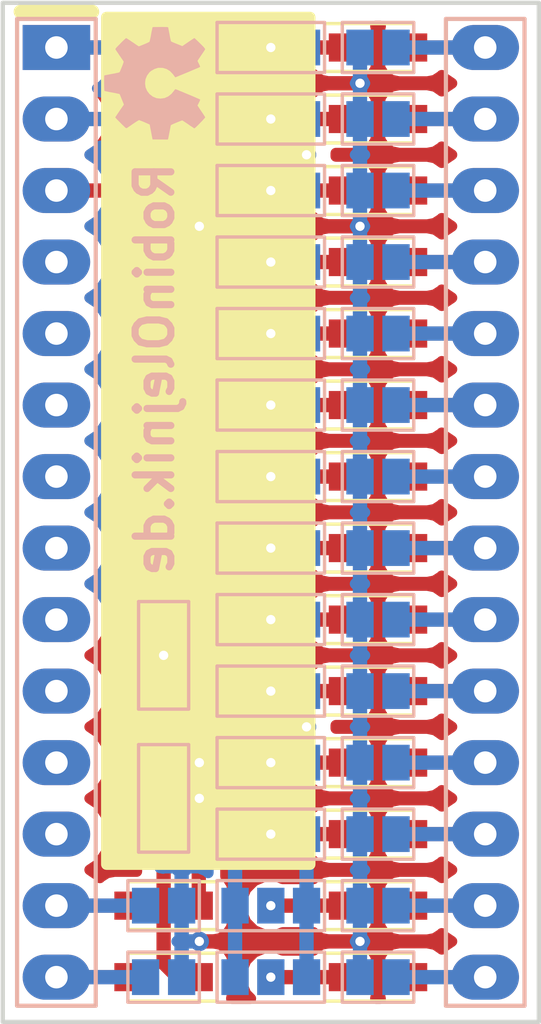
<source format=kicad_pcb>
(kicad_pcb (version 4) (host pcbnew 4.0.7)

  (general
    (links 96)
    (no_connects 1)
    (area 147.879999 106.287499 167.080001 142.632501)
    (thickness 1.6)
    (drawings 10)
    (tracks 147)
    (zones 0)
    (modules 50)
    (nets 36)
  )

  (page A4)
  (layers
    (0 F.Cu signal)
    (31 B.Cu signal)
    (36 B.SilkS user)
    (37 F.SilkS user)
    (38 B.Mask user)
    (39 F.Mask user)
    (44 Edge.Cuts user)
    (45 Margin user)
  )

  (setup
    (last_trace_width 0.508)
    (user_trace_width 0.254)
    (user_trace_width 0.508)
    (user_trace_width 1.016)
    (trace_clearance 0.1524)
    (zone_clearance 0.508)
    (zone_45_only yes)
    (trace_min 0.1524)
    (segment_width 0.5)
    (edge_width 0.15)
    (via_size 0.6858)
    (via_drill 0.3302)
    (via_min_size 0.6858)
    (via_min_drill 0.3302)
    (uvia_size 0.762)
    (uvia_drill 0.508)
    (uvias_allowed no)
    (uvia_min_size 0)
    (uvia_min_drill 0)
    (pcb_text_width 0.3)
    (pcb_text_size 1.5 1.5)
    (mod_edge_width 0.15)
    (mod_text_size 1 1)
    (mod_text_width 0.15)
    (pad_size 1.524 1.524)
    (pad_drill 0.762)
    (pad_to_mask_clearance 0.2)
    (aux_axis_origin 0 0)
    (visible_elements 7FFCFFFF)
    (pcbplotparams
      (layerselection 0x020f0_80000001)
      (usegerberextensions false)
      (excludeedgelayer true)
      (linewidth 0.100000)
      (plotframeref false)
      (viasonmask false)
      (mode 1)
      (useauxorigin false)
      (hpglpennumber 1)
      (hpglpenspeed 20)
      (hpglpendiameter 15)
      (hpglpenoverlay 2)
      (psnegative false)
      (psa4output false)
      (plotreference true)
      (plotvalue true)
      (plotinvisibletext false)
      (padsonsilk false)
      (subtractmaskfromsilk false)
      (outputformat 1)
      (mirror false)
      (drillshape 0)
      (scaleselection 1)
      (outputdirectory ""))
  )

  (net 0 "")
  (net 1 "Net-(D1-Pad1)")
  (net 2 "Net-(D1-Pad2)")
  (net 3 "Net-(D2-Pad1)")
  (net 4 "Net-(D2-Pad2)")
  (net 5 "Net-(D3-Pad1)")
  (net 6 "Net-(D3-Pad2)")
  (net 7 "Net-(D4-Pad1)")
  (net 8 "Net-(D4-Pad2)")
  (net 9 "Net-(D5-Pad1)")
  (net 10 "Net-(D5-Pad2)")
  (net 11 "Net-(D6-Pad1)")
  (net 12 "Net-(D6-Pad2)")
  (net 13 "Net-(D7-Pad1)")
  (net 14 "Net-(D7-Pad2)")
  (net 15 "Net-(D8-Pad1)")
  (net 16 "Net-(D8-Pad2)")
  (net 17 "Net-(D9-Pad1)")
  (net 18 "Net-(D9-Pad2)")
  (net 19 "Net-(D10-Pad1)")
  (net 20 "Net-(D10-Pad2)")
  (net 21 "Net-(D11-Pad1)")
  (net 22 "Net-(D11-Pad2)")
  (net 23 "Net-(D12-Pad1)")
  (net 24 "Net-(D12-Pad2)")
  (net 25 "Net-(D13-Pad1)")
  (net 26 "Net-(D13-Pad2)")
  (net 27 "Net-(D14-Pad1)")
  (net 28 "Net-(D14-Pad2)")
  (net 29 "Net-(D15-Pad1)")
  (net 30 "Net-(D15-Pad2)")
  (net 31 "Net-(D16-Pad1)")
  (net 32 "Net-(D16-Pad2)")
  (net 33 "Net-(J1-Pad1)")
  (net 34 "Net-(J1-Pad3)")
  (net 35 GND)

  (net_class Default "This is the default net class."
    (clearance 0.1524)
    (trace_width 0.1524)
    (via_dia 0.6858)
    (via_drill 0.3302)
    (uvia_dia 0.762)
    (uvia_drill 0.508)
    (add_net GND)
    (add_net "Net-(D1-Pad1)")
    (add_net "Net-(D1-Pad2)")
    (add_net "Net-(D10-Pad1)")
    (add_net "Net-(D10-Pad2)")
    (add_net "Net-(D11-Pad1)")
    (add_net "Net-(D11-Pad2)")
    (add_net "Net-(D12-Pad1)")
    (add_net "Net-(D12-Pad2)")
    (add_net "Net-(D13-Pad1)")
    (add_net "Net-(D13-Pad2)")
    (add_net "Net-(D14-Pad1)")
    (add_net "Net-(D14-Pad2)")
    (add_net "Net-(D15-Pad1)")
    (add_net "Net-(D15-Pad2)")
    (add_net "Net-(D16-Pad1)")
    (add_net "Net-(D16-Pad2)")
    (add_net "Net-(D2-Pad1)")
    (add_net "Net-(D2-Pad2)")
    (add_net "Net-(D3-Pad1)")
    (add_net "Net-(D3-Pad2)")
    (add_net "Net-(D4-Pad1)")
    (add_net "Net-(D4-Pad2)")
    (add_net "Net-(D5-Pad1)")
    (add_net "Net-(D5-Pad2)")
    (add_net "Net-(D6-Pad1)")
    (add_net "Net-(D6-Pad2)")
    (add_net "Net-(D7-Pad1)")
    (add_net "Net-(D7-Pad2)")
    (add_net "Net-(D8-Pad1)")
    (add_net "Net-(D8-Pad2)")
    (add_net "Net-(D9-Pad1)")
    (add_net "Net-(D9-Pad2)")
    (add_net "Net-(J1-Pad1)")
    (add_net "Net-(J1-Pad3)")
  )

  (module bosch_kf3:bosch_kf-mini-s_pll (layer F.Cu) (tedit 59C7C3E3) (tstamp 59C7C2ED)
    (at 149.86 107.95)
    (descr "Bosch KF-mini-S PLL")
    (tags "DIL DIP PDIP 2.54mm 15.24mm 600mil LongPads")
    (path /59C78BB7)
    (fp_text reference U1 (at 7.62 -2.39) (layer F.SilkS) hide
      (effects (font (size 1 1) (thickness 0.15)))
    )
    (fp_text value PLL (at 7.62 35.41) (layer F.Fab)
      (effects (font (size 1 1) (thickness 0.15)))
    )
    (fp_line (start 13.843 -1.016) (end 13.843 34.036) (layer B.SilkS) (width 0.15))
    (fp_line (start 13.843 34.036) (end 16.637 34.036) (layer B.SilkS) (width 0.15))
    (fp_line (start 16.637 34.036) (end 16.637 -1.016) (layer B.SilkS) (width 0.15))
    (fp_line (start 13.843 -1.016) (end 16.637 -1.016) (layer B.SilkS) (width 0.15))
    (fp_line (start -1.397 -1.016) (end 1.397 -1.016) (layer B.SilkS) (width 0.15))
    (fp_line (start 1.397 -1.016) (end 1.397 34.036) (layer B.SilkS) (width 0.15))
    (fp_line (start 1.397 34.036) (end -1.397 34.036) (layer B.SilkS) (width 0.15))
    (fp_line (start -1.397 34.036) (end -1.397 -1.016) (layer B.SilkS) (width 0.15))
    (fp_text user %R (at 7.62 16.51) (layer F.Fab) hide
      (effects (font (size 1 1) (thickness 0.15)))
    )
    (pad 1 thru_hole rect (at 0 0) (size 2.4 1.6) (drill 0.8) (layers *.Cu *.Mask)
      (net 35 GND))
    (pad 15 thru_hole oval (at 15.24 33.02) (size 2.4 1.6) (drill 0.8) (layers *.Cu *.Mask)
      (net 28 "Net-(D14-Pad2)"))
    (pad 2 thru_hole oval (at 0 2.54) (size 2.4 1.6) (drill 0.8) (layers *.Cu *.Mask)
      (net 33 "Net-(J1-Pad1)"))
    (pad 16 thru_hole oval (at 15.24 30.48) (size 2.4 1.6) (drill 0.8) (layers *.Cu *.Mask)
      (net 26 "Net-(D13-Pad2)"))
    (pad 3 thru_hole oval (at 0 5.08) (size 2.4 1.6) (drill 0.8) (layers *.Cu *.Mask)
      (net 34 "Net-(J1-Pad3)"))
    (pad 17 thru_hole oval (at 15.24 27.94) (size 2.4 1.6) (drill 0.8) (layers *.Cu *.Mask)
      (net 24 "Net-(D12-Pad2)"))
    (pad 4 thru_hole oval (at 0 7.62) (size 2.4 1.6) (drill 0.8) (layers *.Cu *.Mask))
    (pad 18 thru_hole oval (at 15.24 25.4) (size 2.4 1.6) (drill 0.8) (layers *.Cu *.Mask)
      (net 22 "Net-(D11-Pad2)"))
    (pad 5 thru_hole oval (at 0 10.16) (size 2.4 1.6) (drill 0.8) (layers *.Cu *.Mask))
    (pad 19 thru_hole oval (at 15.24 22.86) (size 2.4 1.6) (drill 0.8) (layers *.Cu *.Mask)
      (net 20 "Net-(D10-Pad2)"))
    (pad 6 thru_hole oval (at 0 12.7) (size 2.4 1.6) (drill 0.8) (layers *.Cu *.Mask))
    (pad 20 thru_hole oval (at 15.24 20.32) (size 2.4 1.6) (drill 0.8) (layers *.Cu *.Mask)
      (net 18 "Net-(D9-Pad2)"))
    (pad 7 thru_hole oval (at 0 15.24) (size 2.4 1.6) (drill 0.8) (layers *.Cu *.Mask))
    (pad 21 thru_hole oval (at 15.24 17.78) (size 2.4 1.6) (drill 0.8) (layers *.Cu *.Mask)
      (net 16 "Net-(D8-Pad2)"))
    (pad 8 thru_hole oval (at 0 17.78) (size 2.4 1.6) (drill 0.8) (layers *.Cu *.Mask))
    (pad 22 thru_hole oval (at 15.24 15.24) (size 2.4 1.6) (drill 0.8) (layers *.Cu *.Mask)
      (net 14 "Net-(D7-Pad2)"))
    (pad 9 thru_hole oval (at 0 20.32) (size 2.4 1.6) (drill 0.8) (layers *.Cu *.Mask))
    (pad 23 thru_hole oval (at 15.24 12.7) (size 2.4 1.6) (drill 0.8) (layers *.Cu *.Mask)
      (net 12 "Net-(D6-Pad2)"))
    (pad 10 thru_hole oval (at 0 22.86) (size 2.4 1.6) (drill 0.8) (layers *.Cu *.Mask))
    (pad 24 thru_hole oval (at 15.24 10.16) (size 2.4 1.6) (drill 0.8) (layers *.Cu *.Mask)
      (net 10 "Net-(D5-Pad2)"))
    (pad 11 thru_hole oval (at 0 25.4) (size 2.4 1.6) (drill 0.8) (layers *.Cu *.Mask))
    (pad 25 thru_hole oval (at 15.24 7.62) (size 2.4 1.6) (drill 0.8) (layers *.Cu *.Mask)
      (net 8 "Net-(D4-Pad2)"))
    (pad 12 thru_hole oval (at 0 27.94) (size 2.4 1.6) (drill 0.8) (layers *.Cu *.Mask))
    (pad 26 thru_hole oval (at 15.24 5.08) (size 2.4 1.6) (drill 0.8) (layers *.Cu *.Mask)
      (net 6 "Net-(D3-Pad2)"))
    (pad 13 thru_hole oval (at 0 30.48) (size 2.4 1.6) (drill 0.8) (layers *.Cu *.Mask)
      (net 32 "Net-(D16-Pad2)"))
    (pad 27 thru_hole oval (at 15.24 2.54) (size 2.4 1.6) (drill 0.8) (layers *.Cu *.Mask)
      (net 4 "Net-(D2-Pad2)"))
    (pad 14 thru_hole oval (at 0 33.02) (size 2.4 1.6) (drill 0.8) (layers *.Cu *.Mask)
      (net 30 "Net-(D15-Pad2)"))
    (pad 28 thru_hole oval (at 15.24 0) (size 2.4 1.6) (drill 0.8) (layers *.Cu *.Mask)
      (net 2 "Net-(D1-Pad2)"))
  )

  (module Connectors:GS3 (layer B.Cu) (tedit 59C7AD3E) (tstamp 59C79406)
    (at 153.67 134.62)
    (descr "3-pin solder bridge")
    (tags "solder bridge")
    (path /59C82107)
    (attr smd)
    (fp_text reference J16 (at -1.7 0 90) (layer B.SilkS) hide
      (effects (font (size 1 1) (thickness 0.15)) (justify mirror))
    )
    (fp_text value GS3 (at 1.8 0 270) (layer B.Fab)
      (effects (font (size 1 1) (thickness 0.15)) (justify mirror))
    )
    (fp_line (start -1.15 2.15) (end 1.15 2.15) (layer B.CrtYd) (width 0.05))
    (fp_line (start 1.15 2.15) (end 1.15 -2.15) (layer B.CrtYd) (width 0.05))
    (fp_line (start 1.15 -2.15) (end -1.15 -2.15) (layer B.CrtYd) (width 0.05))
    (fp_line (start -1.15 -2.15) (end -1.15 2.15) (layer B.CrtYd) (width 0.05))
    (fp_line (start -0.89 1.91) (end -0.89 -1.91) (layer B.SilkS) (width 0.12))
    (fp_line (start -0.89 -1.91) (end 0.89 -1.91) (layer B.SilkS) (width 0.12))
    (fp_line (start 0.89 -1.91) (end 0.89 1.91) (layer B.SilkS) (width 0.12))
    (fp_line (start -0.89 1.91) (end 0.89 1.91) (layer B.SilkS) (width 0.12))
    (pad 1 smd rect (at 0 1.27) (size 1.27 0.97) (layers B.Cu B.Mask)
      (net 33 "Net-(J1-Pad1)"))
    (pad 2 smd rect (at 0 0) (size 1.27 0.97) (layers B.Cu B.Mask)
      (net 31 "Net-(D16-Pad1)"))
    (pad 3 smd rect (at 0 -1.27) (size 1.27 0.97) (layers B.Cu B.Mask)
      (net 34 "Net-(J1-Pad3)"))
  )

  (module Connectors:GS3 (layer B.Cu) (tedit 59C7AD54) (tstamp 59C793FF)
    (at 153.67 129.54)
    (descr "3-pin solder bridge")
    (tags "solder bridge")
    (path /59C82060)
    (attr smd)
    (fp_text reference J15 (at -1.7 0 90) (layer B.SilkS) hide
      (effects (font (size 1 1) (thickness 0.15)) (justify mirror))
    )
    (fp_text value GS3 (at 1.8 0 270) (layer B.Fab)
      (effects (font (size 1 1) (thickness 0.15)) (justify mirror))
    )
    (fp_line (start -1.15 2.15) (end 1.15 2.15) (layer B.CrtYd) (width 0.05))
    (fp_line (start 1.15 2.15) (end 1.15 -2.15) (layer B.CrtYd) (width 0.05))
    (fp_line (start 1.15 -2.15) (end -1.15 -2.15) (layer B.CrtYd) (width 0.05))
    (fp_line (start -1.15 -2.15) (end -1.15 2.15) (layer B.CrtYd) (width 0.05))
    (fp_line (start -0.89 1.91) (end -0.89 -1.91) (layer B.SilkS) (width 0.12))
    (fp_line (start -0.89 -1.91) (end 0.89 -1.91) (layer B.SilkS) (width 0.12))
    (fp_line (start 0.89 -1.91) (end 0.89 1.91) (layer B.SilkS) (width 0.12))
    (fp_line (start -0.89 1.91) (end 0.89 1.91) (layer B.SilkS) (width 0.12))
    (pad 1 smd rect (at 0 1.27) (size 1.27 0.97) (layers B.Cu B.Mask)
      (net 33 "Net-(J1-Pad1)"))
    (pad 2 smd rect (at 0 0) (size 1.27 0.97) (layers B.Cu B.Mask)
      (net 29 "Net-(D15-Pad1)"))
    (pad 3 smd rect (at 0 -1.27) (size 1.27 0.97) (layers B.Cu B.Mask)
      (net 34 "Net-(J1-Pad3)"))
  )

  (module Connectors:GS3 (layer B.Cu) (tedit 59C7AD63) (tstamp 59C7939D)
    (at 157.48 107.95 270)
    (descr "3-pin solder bridge")
    (tags "solder bridge")
    (path /59C8BB21)
    (attr smd)
    (fp_text reference J1 (at -1.7 0 360) (layer B.SilkS) hide
      (effects (font (size 1 1) (thickness 0.15)) (justify mirror))
    )
    (fp_text value GS3 (at 1.8 0 540) (layer B.Fab)
      (effects (font (size 1 1) (thickness 0.15)) (justify mirror))
    )
    (fp_line (start -1.15 2.15) (end 1.15 2.15) (layer B.CrtYd) (width 0.05))
    (fp_line (start 1.15 2.15) (end 1.15 -2.15) (layer B.CrtYd) (width 0.05))
    (fp_line (start 1.15 -2.15) (end -1.15 -2.15) (layer B.CrtYd) (width 0.05))
    (fp_line (start -1.15 -2.15) (end -1.15 2.15) (layer B.CrtYd) (width 0.05))
    (fp_line (start -0.89 1.91) (end -0.89 -1.91) (layer B.SilkS) (width 0.12))
    (fp_line (start -0.89 -1.91) (end 0.89 -1.91) (layer B.SilkS) (width 0.12))
    (fp_line (start 0.89 -1.91) (end 0.89 1.91) (layer B.SilkS) (width 0.12))
    (fp_line (start -0.89 1.91) (end 0.89 1.91) (layer B.SilkS) (width 0.12))
    (pad 1 smd rect (at 0 1.27 270) (size 1.27 0.97) (layers B.Cu B.Mask)
      (net 33 "Net-(J1-Pad1)"))
    (pad 2 smd rect (at 0 0 270) (size 1.27 0.97) (layers B.Cu B.Mask)
      (net 1 "Net-(D1-Pad1)"))
    (pad 3 smd rect (at 0 -1.27 270) (size 1.27 0.97) (layers B.Cu B.Mask)
      (net 34 "Net-(J1-Pad3)"))
  )

  (module Connectors:GS3 (layer B.Cu) (tedit 59C7AD67) (tstamp 59C793A4)
    (at 157.48 110.49 270)
    (descr "3-pin solder bridge")
    (tags "solder bridge")
    (path /59C8B15B)
    (attr smd)
    (fp_text reference J2 (at -1.7 0 360) (layer B.SilkS) hide
      (effects (font (size 1 1) (thickness 0.15)) (justify mirror))
    )
    (fp_text value GS3 (at 1.8 0 540) (layer B.Fab)
      (effects (font (size 1 1) (thickness 0.15)) (justify mirror))
    )
    (fp_line (start -1.15 2.15) (end 1.15 2.15) (layer B.CrtYd) (width 0.05))
    (fp_line (start 1.15 2.15) (end 1.15 -2.15) (layer B.CrtYd) (width 0.05))
    (fp_line (start 1.15 -2.15) (end -1.15 -2.15) (layer B.CrtYd) (width 0.05))
    (fp_line (start -1.15 -2.15) (end -1.15 2.15) (layer B.CrtYd) (width 0.05))
    (fp_line (start -0.89 1.91) (end -0.89 -1.91) (layer B.SilkS) (width 0.12))
    (fp_line (start -0.89 -1.91) (end 0.89 -1.91) (layer B.SilkS) (width 0.12))
    (fp_line (start 0.89 -1.91) (end 0.89 1.91) (layer B.SilkS) (width 0.12))
    (fp_line (start -0.89 1.91) (end 0.89 1.91) (layer B.SilkS) (width 0.12))
    (pad 1 smd rect (at 0 1.27 270) (size 1.27 0.97) (layers B.Cu B.Mask)
      (net 33 "Net-(J1-Pad1)"))
    (pad 2 smd rect (at 0 0 270) (size 1.27 0.97) (layers B.Cu B.Mask)
      (net 3 "Net-(D2-Pad1)"))
    (pad 3 smd rect (at 0 -1.27 270) (size 1.27 0.97) (layers B.Cu B.Mask)
      (net 34 "Net-(J1-Pad3)"))
  )

  (module Connectors:GS3 (layer B.Cu) (tedit 59C7ACF9) (tstamp 59C793AB)
    (at 157.48 113.03 270)
    (descr "3-pin solder bridge")
    (tags "solder bridge")
    (path /59C8B0AC)
    (attr smd)
    (fp_text reference J3 (at -1.7 0 360) (layer B.SilkS) hide
      (effects (font (size 1 1) (thickness 0.15)) (justify mirror))
    )
    (fp_text value GS3 (at 1.8 0 540) (layer B.Fab)
      (effects (font (size 1 1) (thickness 0.15)) (justify mirror))
    )
    (fp_line (start -1.15 2.15) (end 1.15 2.15) (layer B.CrtYd) (width 0.05))
    (fp_line (start 1.15 2.15) (end 1.15 -2.15) (layer B.CrtYd) (width 0.05))
    (fp_line (start 1.15 -2.15) (end -1.15 -2.15) (layer B.CrtYd) (width 0.05))
    (fp_line (start -1.15 -2.15) (end -1.15 2.15) (layer B.CrtYd) (width 0.05))
    (fp_line (start -0.89 1.91) (end -0.89 -1.91) (layer B.SilkS) (width 0.12))
    (fp_line (start -0.89 -1.91) (end 0.89 -1.91) (layer B.SilkS) (width 0.12))
    (fp_line (start 0.89 -1.91) (end 0.89 1.91) (layer B.SilkS) (width 0.12))
    (fp_line (start -0.89 1.91) (end 0.89 1.91) (layer B.SilkS) (width 0.12))
    (pad 1 smd rect (at 0 1.27 270) (size 1.27 0.97) (layers B.Cu B.Mask)
      (net 33 "Net-(J1-Pad1)"))
    (pad 2 smd rect (at 0 0 270) (size 1.27 0.97) (layers B.Cu B.Mask)
      (net 5 "Net-(D3-Pad1)"))
    (pad 3 smd rect (at 0 -1.27 270) (size 1.27 0.97) (layers B.Cu B.Mask)
      (net 34 "Net-(J1-Pad3)"))
  )

  (module Connectors:GS3 (layer B.Cu) (tedit 59C7ACFD) (tstamp 59C793B2)
    (at 157.48 115.57 270)
    (descr "3-pin solder bridge")
    (tags "solder bridge")
    (path /59C8AFF6)
    (attr smd)
    (fp_text reference J4 (at -1.7 0 360) (layer B.SilkS) hide
      (effects (font (size 1 1) (thickness 0.15)) (justify mirror))
    )
    (fp_text value GS3 (at 1.8 0 540) (layer B.Fab)
      (effects (font (size 1 1) (thickness 0.15)) (justify mirror))
    )
    (fp_line (start -1.15 2.15) (end 1.15 2.15) (layer B.CrtYd) (width 0.05))
    (fp_line (start 1.15 2.15) (end 1.15 -2.15) (layer B.CrtYd) (width 0.05))
    (fp_line (start 1.15 -2.15) (end -1.15 -2.15) (layer B.CrtYd) (width 0.05))
    (fp_line (start -1.15 -2.15) (end -1.15 2.15) (layer B.CrtYd) (width 0.05))
    (fp_line (start -0.89 1.91) (end -0.89 -1.91) (layer B.SilkS) (width 0.12))
    (fp_line (start -0.89 -1.91) (end 0.89 -1.91) (layer B.SilkS) (width 0.12))
    (fp_line (start 0.89 -1.91) (end 0.89 1.91) (layer B.SilkS) (width 0.12))
    (fp_line (start -0.89 1.91) (end 0.89 1.91) (layer B.SilkS) (width 0.12))
    (pad 1 smd rect (at 0 1.27 270) (size 1.27 0.97) (layers B.Cu B.Mask)
      (net 33 "Net-(J1-Pad1)"))
    (pad 2 smd rect (at 0 0 270) (size 1.27 0.97) (layers B.Cu B.Mask)
      (net 7 "Net-(D4-Pad1)"))
    (pad 3 smd rect (at 0 -1.27 270) (size 1.27 0.97) (layers B.Cu B.Mask)
      (net 34 "Net-(J1-Pad3)"))
  )

  (module Connectors:GS3 (layer B.Cu) (tedit 59C7AD03) (tstamp 59C793B9)
    (at 157.48 118.11 270)
    (descr "3-pin solder bridge")
    (tags "solder bridge")
    (path /59C8AF4D)
    (attr smd)
    (fp_text reference J5 (at -1.7 0 360) (layer B.SilkS) hide
      (effects (font (size 1 1) (thickness 0.15)) (justify mirror))
    )
    (fp_text value GS3 (at 1.8 0 540) (layer B.Fab)
      (effects (font (size 1 1) (thickness 0.15)) (justify mirror))
    )
    (fp_line (start -1.15 2.15) (end 1.15 2.15) (layer B.CrtYd) (width 0.05))
    (fp_line (start 1.15 2.15) (end 1.15 -2.15) (layer B.CrtYd) (width 0.05))
    (fp_line (start 1.15 -2.15) (end -1.15 -2.15) (layer B.CrtYd) (width 0.05))
    (fp_line (start -1.15 -2.15) (end -1.15 2.15) (layer B.CrtYd) (width 0.05))
    (fp_line (start -0.89 1.91) (end -0.89 -1.91) (layer B.SilkS) (width 0.12))
    (fp_line (start -0.89 -1.91) (end 0.89 -1.91) (layer B.SilkS) (width 0.12))
    (fp_line (start 0.89 -1.91) (end 0.89 1.91) (layer B.SilkS) (width 0.12))
    (fp_line (start -0.89 1.91) (end 0.89 1.91) (layer B.SilkS) (width 0.12))
    (pad 1 smd rect (at 0 1.27 270) (size 1.27 0.97) (layers B.Cu B.Mask)
      (net 33 "Net-(J1-Pad1)"))
    (pad 2 smd rect (at 0 0 270) (size 1.27 0.97) (layers B.Cu B.Mask)
      (net 9 "Net-(D5-Pad1)"))
    (pad 3 smd rect (at 0 -1.27 270) (size 1.27 0.97) (layers B.Cu B.Mask)
      (net 34 "Net-(J1-Pad3)"))
  )

  (module Connectors:GS3 (layer B.Cu) (tedit 59C7AD07) (tstamp 59C793C0)
    (at 157.48 120.65 270)
    (descr "3-pin solder bridge")
    (tags "solder bridge")
    (path /59C80A45)
    (attr smd)
    (fp_text reference J6 (at -1.7 0 360) (layer B.SilkS) hide
      (effects (font (size 1 1) (thickness 0.15)) (justify mirror))
    )
    (fp_text value GS3 (at 1.8 0 540) (layer B.Fab)
      (effects (font (size 1 1) (thickness 0.15)) (justify mirror))
    )
    (fp_line (start -1.15 2.15) (end 1.15 2.15) (layer B.CrtYd) (width 0.05))
    (fp_line (start 1.15 2.15) (end 1.15 -2.15) (layer B.CrtYd) (width 0.05))
    (fp_line (start 1.15 -2.15) (end -1.15 -2.15) (layer B.CrtYd) (width 0.05))
    (fp_line (start -1.15 -2.15) (end -1.15 2.15) (layer B.CrtYd) (width 0.05))
    (fp_line (start -0.89 1.91) (end -0.89 -1.91) (layer B.SilkS) (width 0.12))
    (fp_line (start -0.89 -1.91) (end 0.89 -1.91) (layer B.SilkS) (width 0.12))
    (fp_line (start 0.89 -1.91) (end 0.89 1.91) (layer B.SilkS) (width 0.12))
    (fp_line (start -0.89 1.91) (end 0.89 1.91) (layer B.SilkS) (width 0.12))
    (pad 1 smd rect (at 0 1.27 270) (size 1.27 0.97) (layers B.Cu B.Mask)
      (net 33 "Net-(J1-Pad1)"))
    (pad 2 smd rect (at 0 0 270) (size 1.27 0.97) (layers B.Cu B.Mask)
      (net 11 "Net-(D6-Pad1)"))
    (pad 3 smd rect (at 0 -1.27 270) (size 1.27 0.97) (layers B.Cu B.Mask)
      (net 34 "Net-(J1-Pad3)"))
  )

  (module Connectors:GS3 (layer B.Cu) (tedit 59C7AD0A) (tstamp 59C793C7)
    (at 157.48 123.19 270)
    (descr "3-pin solder bridge")
    (tags "solder bridge")
    (path /59C80FBF)
    (attr smd)
    (fp_text reference J7 (at -1.7 0 360) (layer B.SilkS) hide
      (effects (font (size 1 1) (thickness 0.15)) (justify mirror))
    )
    (fp_text value GS3 (at 1.8 0 540) (layer B.Fab)
      (effects (font (size 1 1) (thickness 0.15)) (justify mirror))
    )
    (fp_line (start -1.15 2.15) (end 1.15 2.15) (layer B.CrtYd) (width 0.05))
    (fp_line (start 1.15 2.15) (end 1.15 -2.15) (layer B.CrtYd) (width 0.05))
    (fp_line (start 1.15 -2.15) (end -1.15 -2.15) (layer B.CrtYd) (width 0.05))
    (fp_line (start -1.15 -2.15) (end -1.15 2.15) (layer B.CrtYd) (width 0.05))
    (fp_line (start -0.89 1.91) (end -0.89 -1.91) (layer B.SilkS) (width 0.12))
    (fp_line (start -0.89 -1.91) (end 0.89 -1.91) (layer B.SilkS) (width 0.12))
    (fp_line (start 0.89 -1.91) (end 0.89 1.91) (layer B.SilkS) (width 0.12))
    (fp_line (start -0.89 1.91) (end 0.89 1.91) (layer B.SilkS) (width 0.12))
    (pad 1 smd rect (at 0 1.27 270) (size 1.27 0.97) (layers B.Cu B.Mask)
      (net 33 "Net-(J1-Pad1)"))
    (pad 2 smd rect (at 0 0 270) (size 1.27 0.97) (layers B.Cu B.Mask)
      (net 13 "Net-(D7-Pad1)"))
    (pad 3 smd rect (at 0 -1.27 270) (size 1.27 0.97) (layers B.Cu B.Mask)
      (net 34 "Net-(J1-Pad3)"))
  )

  (module Connectors:GS3 (layer B.Cu) (tedit 59C7AD0D) (tstamp 59C793CE)
    (at 157.48 125.73 270)
    (descr "3-pin solder bridge")
    (tags "solder bridge")
    (path /59C813B5)
    (attr smd)
    (fp_text reference J8 (at -1.7 0 360) (layer B.SilkS) hide
      (effects (font (size 1 1) (thickness 0.15)) (justify mirror))
    )
    (fp_text value GS3 (at 1.8 0 540) (layer B.Fab)
      (effects (font (size 1 1) (thickness 0.15)) (justify mirror))
    )
    (fp_line (start -1.15 2.15) (end 1.15 2.15) (layer B.CrtYd) (width 0.05))
    (fp_line (start 1.15 2.15) (end 1.15 -2.15) (layer B.CrtYd) (width 0.05))
    (fp_line (start 1.15 -2.15) (end -1.15 -2.15) (layer B.CrtYd) (width 0.05))
    (fp_line (start -1.15 -2.15) (end -1.15 2.15) (layer B.CrtYd) (width 0.05))
    (fp_line (start -0.89 1.91) (end -0.89 -1.91) (layer B.SilkS) (width 0.12))
    (fp_line (start -0.89 -1.91) (end 0.89 -1.91) (layer B.SilkS) (width 0.12))
    (fp_line (start 0.89 -1.91) (end 0.89 1.91) (layer B.SilkS) (width 0.12))
    (fp_line (start -0.89 1.91) (end 0.89 1.91) (layer B.SilkS) (width 0.12))
    (pad 1 smd rect (at 0 1.27 270) (size 1.27 0.97) (layers B.Cu B.Mask)
      (net 33 "Net-(J1-Pad1)"))
    (pad 2 smd rect (at 0 0 270) (size 1.27 0.97) (layers B.Cu B.Mask)
      (net 15 "Net-(D8-Pad1)"))
    (pad 3 smd rect (at 0 -1.27 270) (size 1.27 0.97) (layers B.Cu B.Mask)
      (net 34 "Net-(J1-Pad3)"))
  )

  (module Connectors:GS3 (layer B.Cu) (tedit 59C7AD22) (tstamp 59C793D5)
    (at 157.48 128.27 270)
    (descr "3-pin solder bridge")
    (tags "solder bridge")
    (path /59C81449)
    (attr smd)
    (fp_text reference J9 (at -1.7 0 360) (layer B.SilkS) hide
      (effects (font (size 1 1) (thickness 0.15)) (justify mirror))
    )
    (fp_text value GS3 (at 1.8 0 540) (layer B.Fab)
      (effects (font (size 1 1) (thickness 0.15)) (justify mirror))
    )
    (fp_line (start -1.15 2.15) (end 1.15 2.15) (layer B.CrtYd) (width 0.05))
    (fp_line (start 1.15 2.15) (end 1.15 -2.15) (layer B.CrtYd) (width 0.05))
    (fp_line (start 1.15 -2.15) (end -1.15 -2.15) (layer B.CrtYd) (width 0.05))
    (fp_line (start -1.15 -2.15) (end -1.15 2.15) (layer B.CrtYd) (width 0.05))
    (fp_line (start -0.89 1.91) (end -0.89 -1.91) (layer B.SilkS) (width 0.12))
    (fp_line (start -0.89 -1.91) (end 0.89 -1.91) (layer B.SilkS) (width 0.12))
    (fp_line (start 0.89 -1.91) (end 0.89 1.91) (layer B.SilkS) (width 0.12))
    (fp_line (start -0.89 1.91) (end 0.89 1.91) (layer B.SilkS) (width 0.12))
    (pad 1 smd rect (at 0 1.27 270) (size 1.27 0.97) (layers B.Cu B.Mask)
      (net 33 "Net-(J1-Pad1)"))
    (pad 2 smd rect (at 0 0 270) (size 1.27 0.97) (layers B.Cu B.Mask)
      (net 17 "Net-(D9-Pad1)"))
    (pad 3 smd rect (at 0 -1.27 270) (size 1.27 0.97) (layers B.Cu B.Mask)
      (net 34 "Net-(J1-Pad3)"))
  )

  (module Connectors:GS3 (layer B.Cu) (tedit 59C7AD2D) (tstamp 59C793DC)
    (at 157.48 130.81 270)
    (descr "3-pin solder bridge")
    (tags "solder bridge")
    (path /59C814DE)
    (attr smd)
    (fp_text reference J10 (at -1.7 0 360) (layer B.SilkS) hide
      (effects (font (size 1 1) (thickness 0.15)) (justify mirror))
    )
    (fp_text value GS3 (at 1.8 0 540) (layer B.Fab)
      (effects (font (size 1 1) (thickness 0.15)) (justify mirror))
    )
    (fp_line (start -1.15 2.15) (end 1.15 2.15) (layer B.CrtYd) (width 0.05))
    (fp_line (start 1.15 2.15) (end 1.15 -2.15) (layer B.CrtYd) (width 0.05))
    (fp_line (start 1.15 -2.15) (end -1.15 -2.15) (layer B.CrtYd) (width 0.05))
    (fp_line (start -1.15 -2.15) (end -1.15 2.15) (layer B.CrtYd) (width 0.05))
    (fp_line (start -0.89 1.91) (end -0.89 -1.91) (layer B.SilkS) (width 0.12))
    (fp_line (start -0.89 -1.91) (end 0.89 -1.91) (layer B.SilkS) (width 0.12))
    (fp_line (start 0.89 -1.91) (end 0.89 1.91) (layer B.SilkS) (width 0.12))
    (fp_line (start -0.89 1.91) (end 0.89 1.91) (layer B.SilkS) (width 0.12))
    (pad 1 smd rect (at 0 1.27 270) (size 1.27 0.97) (layers B.Cu B.Mask)
      (net 33 "Net-(J1-Pad1)"))
    (pad 2 smd rect (at 0 0 270) (size 1.27 0.97) (layers B.Cu B.Mask)
      (net 19 "Net-(D10-Pad1)"))
    (pad 3 smd rect (at 0 -1.27 270) (size 1.27 0.97) (layers B.Cu B.Mask)
      (net 34 "Net-(J1-Pad3)"))
  )

  (module Connectors:GS3 (layer B.Cu) (tedit 59C7AD30) (tstamp 59C793E3)
    (at 157.48 133.35 270)
    (descr "3-pin solder bridge")
    (tags "solder bridge")
    (path /59C8188E)
    (attr smd)
    (fp_text reference J11 (at -1.7 0 360) (layer B.SilkS) hide
      (effects (font (size 1 1) (thickness 0.15)) (justify mirror))
    )
    (fp_text value GS3 (at 1.8 0 540) (layer B.Fab)
      (effects (font (size 1 1) (thickness 0.15)) (justify mirror))
    )
    (fp_line (start -1.15 2.15) (end 1.15 2.15) (layer B.CrtYd) (width 0.05))
    (fp_line (start 1.15 2.15) (end 1.15 -2.15) (layer B.CrtYd) (width 0.05))
    (fp_line (start 1.15 -2.15) (end -1.15 -2.15) (layer B.CrtYd) (width 0.05))
    (fp_line (start -1.15 -2.15) (end -1.15 2.15) (layer B.CrtYd) (width 0.05))
    (fp_line (start -0.89 1.91) (end -0.89 -1.91) (layer B.SilkS) (width 0.12))
    (fp_line (start -0.89 -1.91) (end 0.89 -1.91) (layer B.SilkS) (width 0.12))
    (fp_line (start 0.89 -1.91) (end 0.89 1.91) (layer B.SilkS) (width 0.12))
    (fp_line (start -0.89 1.91) (end 0.89 1.91) (layer B.SilkS) (width 0.12))
    (pad 1 smd rect (at 0 1.27 270) (size 1.27 0.97) (layers B.Cu B.Mask)
      (net 33 "Net-(J1-Pad1)"))
    (pad 2 smd rect (at 0 0 270) (size 1.27 0.97) (layers B.Cu B.Mask)
      (net 21 "Net-(D11-Pad1)"))
    (pad 3 smd rect (at 0 -1.27 270) (size 1.27 0.97) (layers B.Cu B.Mask)
      (net 34 "Net-(J1-Pad3)"))
  )

  (module Connectors:GS3 (layer B.Cu) (tedit 59C7AD34) (tstamp 59C793EA)
    (at 157.48 135.89 270)
    (descr "3-pin solder bridge")
    (tags "solder bridge")
    (path /59C81DA3)
    (attr smd)
    (fp_text reference J12 (at -1.7 0 360) (layer B.SilkS) hide
      (effects (font (size 1 1) (thickness 0.15)) (justify mirror))
    )
    (fp_text value GS3 (at 1.8 0 540) (layer B.Fab)
      (effects (font (size 1 1) (thickness 0.15)) (justify mirror))
    )
    (fp_line (start -1.15 2.15) (end 1.15 2.15) (layer B.CrtYd) (width 0.05))
    (fp_line (start 1.15 2.15) (end 1.15 -2.15) (layer B.CrtYd) (width 0.05))
    (fp_line (start 1.15 -2.15) (end -1.15 -2.15) (layer B.CrtYd) (width 0.05))
    (fp_line (start -1.15 -2.15) (end -1.15 2.15) (layer B.CrtYd) (width 0.05))
    (fp_line (start -0.89 1.91) (end -0.89 -1.91) (layer B.SilkS) (width 0.12))
    (fp_line (start -0.89 -1.91) (end 0.89 -1.91) (layer B.SilkS) (width 0.12))
    (fp_line (start 0.89 -1.91) (end 0.89 1.91) (layer B.SilkS) (width 0.12))
    (fp_line (start -0.89 1.91) (end 0.89 1.91) (layer B.SilkS) (width 0.12))
    (pad 1 smd rect (at 0 1.27 270) (size 1.27 0.97) (layers B.Cu B.Mask)
      (net 33 "Net-(J1-Pad1)"))
    (pad 2 smd rect (at 0 0 270) (size 1.27 0.97) (layers B.Cu B.Mask)
      (net 23 "Net-(D12-Pad1)"))
    (pad 3 smd rect (at 0 -1.27 270) (size 1.27 0.97) (layers B.Cu B.Mask)
      (net 34 "Net-(J1-Pad3)"))
  )

  (module Connectors:GS3 (layer B.Cu) (tedit 59C7AD38) (tstamp 59C793F1)
    (at 157.48 138.43 270)
    (descr "3-pin solder bridge")
    (tags "solder bridge")
    (path /59C81F19)
    (attr smd)
    (fp_text reference J13 (at -1.7 0 360) (layer B.SilkS) hide
      (effects (font (size 1 1) (thickness 0.15)) (justify mirror))
    )
    (fp_text value GS3 (at 1.8 0 540) (layer B.Fab)
      (effects (font (size 1 1) (thickness 0.15)) (justify mirror))
    )
    (fp_line (start -1.15 2.15) (end 1.15 2.15) (layer B.CrtYd) (width 0.05))
    (fp_line (start 1.15 2.15) (end 1.15 -2.15) (layer B.CrtYd) (width 0.05))
    (fp_line (start 1.15 -2.15) (end -1.15 -2.15) (layer B.CrtYd) (width 0.05))
    (fp_line (start -1.15 -2.15) (end -1.15 2.15) (layer B.CrtYd) (width 0.05))
    (fp_line (start -0.89 1.91) (end -0.89 -1.91) (layer B.SilkS) (width 0.12))
    (fp_line (start -0.89 -1.91) (end 0.89 -1.91) (layer B.SilkS) (width 0.12))
    (fp_line (start 0.89 -1.91) (end 0.89 1.91) (layer B.SilkS) (width 0.12))
    (fp_line (start -0.89 1.91) (end 0.89 1.91) (layer B.SilkS) (width 0.12))
    (pad 1 smd rect (at 0 1.27 270) (size 1.27 0.97) (layers B.Cu B.Mask)
      (net 33 "Net-(J1-Pad1)"))
    (pad 2 smd rect (at 0 0 270) (size 1.27 0.97) (layers B.Cu B.Mask)
      (net 25 "Net-(D13-Pad1)"))
    (pad 3 smd rect (at 0 -1.27 270) (size 1.27 0.97) (layers B.Cu B.Mask)
      (net 34 "Net-(J1-Pad3)"))
  )

  (module Connectors:GS3 (layer B.Cu) (tedit 59C7AD5C) (tstamp 59C793F8)
    (at 157.48 140.97 270)
    (descr "3-pin solder bridge")
    (tags "solder bridge")
    (path /59C81FBC)
    (attr smd)
    (fp_text reference J14 (at -1.7 0 360) (layer B.SilkS) hide
      (effects (font (size 1 1) (thickness 0.15)) (justify mirror))
    )
    (fp_text value GS3 (at 1.8 0 540) (layer B.Fab)
      (effects (font (size 1 1) (thickness 0.15)) (justify mirror))
    )
    (fp_line (start -1.15 2.15) (end 1.15 2.15) (layer B.CrtYd) (width 0.05))
    (fp_line (start 1.15 2.15) (end 1.15 -2.15) (layer B.CrtYd) (width 0.05))
    (fp_line (start 1.15 -2.15) (end -1.15 -2.15) (layer B.CrtYd) (width 0.05))
    (fp_line (start -1.15 -2.15) (end -1.15 2.15) (layer B.CrtYd) (width 0.05))
    (fp_line (start -0.89 1.91) (end -0.89 -1.91) (layer B.SilkS) (width 0.12))
    (fp_line (start -0.89 -1.91) (end 0.89 -1.91) (layer B.SilkS) (width 0.12))
    (fp_line (start 0.89 -1.91) (end 0.89 1.91) (layer B.SilkS) (width 0.12))
    (fp_line (start -0.89 1.91) (end 0.89 1.91) (layer B.SilkS) (width 0.12))
    (pad 1 smd rect (at 0 1.27 270) (size 1.27 0.97) (layers B.Cu B.Mask)
      (net 33 "Net-(J1-Pad1)"))
    (pad 2 smd rect (at 0 0 270) (size 1.27 0.97) (layers B.Cu B.Mask)
      (net 27 "Net-(D14-Pad1)"))
    (pad 3 smd rect (at 0 -1.27 270) (size 1.27 0.97) (layers B.Cu B.Mask)
      (net 34 "Net-(J1-Pad3)"))
  )

  (module Connectors:GS2 (layer B.Cu) (tedit 59C7AD69) (tstamp 59C7940C)
    (at 161.29 107.95 90)
    (descr "2-pin solder bridge")
    (tags "solder bridge")
    (path /59C95E0B)
    (attr smd)
    (fp_text reference J17 (at 1.78 0 180) (layer B.SilkS) hide
      (effects (font (size 1 1) (thickness 0.15)) (justify mirror))
    )
    (fp_text value GS2 (at -1.8 0 360) (layer B.Fab)
      (effects (font (size 1 1) (thickness 0.15)) (justify mirror))
    )
    (fp_line (start 1.1 1.45) (end 1.1 -1.5) (layer B.CrtYd) (width 0.05))
    (fp_line (start 1.1 -1.5) (end -1.1 -1.5) (layer B.CrtYd) (width 0.05))
    (fp_line (start -1.1 -1.5) (end -1.1 1.45) (layer B.CrtYd) (width 0.05))
    (fp_line (start -1.1 1.45) (end 1.1 1.45) (layer B.CrtYd) (width 0.05))
    (fp_line (start -0.89 1.27) (end -0.89 -1.27) (layer B.SilkS) (width 0.12))
    (fp_line (start 0.89 -1.27) (end 0.89 1.27) (layer B.SilkS) (width 0.12))
    (fp_line (start 0.89 -1.27) (end -0.89 -1.27) (layer B.SilkS) (width 0.12))
    (fp_line (start -0.89 1.27) (end 0.89 1.27) (layer B.SilkS) (width 0.12))
    (pad 1 smd rect (at 0 0.64 90) (size 1.27 0.97) (layers B.Cu B.Mask)
      (net 2 "Net-(D1-Pad2)"))
    (pad 2 smd rect (at 0 -0.64 90) (size 1.27 0.97) (layers B.Cu B.Mask)
      (net 35 GND))
  )

  (module Connectors:GS2 (layer B.Cu) (tedit 59C7AD61) (tstamp 59C79412)
    (at 161.29 110.49 90)
    (descr "2-pin solder bridge")
    (tags "solder bridge")
    (path /59C95D5B)
    (attr smd)
    (fp_text reference J18 (at 1.78 0 180) (layer B.SilkS) hide
      (effects (font (size 1 1) (thickness 0.15)) (justify mirror))
    )
    (fp_text value GS2 (at -1.8 0 360) (layer B.Fab)
      (effects (font (size 1 1) (thickness 0.15)) (justify mirror))
    )
    (fp_line (start 1.1 1.45) (end 1.1 -1.5) (layer B.CrtYd) (width 0.05))
    (fp_line (start 1.1 -1.5) (end -1.1 -1.5) (layer B.CrtYd) (width 0.05))
    (fp_line (start -1.1 -1.5) (end -1.1 1.45) (layer B.CrtYd) (width 0.05))
    (fp_line (start -1.1 1.45) (end 1.1 1.45) (layer B.CrtYd) (width 0.05))
    (fp_line (start -0.89 1.27) (end -0.89 -1.27) (layer B.SilkS) (width 0.12))
    (fp_line (start 0.89 -1.27) (end 0.89 1.27) (layer B.SilkS) (width 0.12))
    (fp_line (start 0.89 -1.27) (end -0.89 -1.27) (layer B.SilkS) (width 0.12))
    (fp_line (start -0.89 1.27) (end 0.89 1.27) (layer B.SilkS) (width 0.12))
    (pad 1 smd rect (at 0 0.64 90) (size 1.27 0.97) (layers B.Cu B.Mask)
      (net 4 "Net-(D2-Pad2)"))
    (pad 2 smd rect (at 0 -0.64 90) (size 1.27 0.97) (layers B.Cu B.Mask)
      (net 35 GND))
  )

  (module Connectors:GS2 (layer B.Cu) (tedit 59C7ACDB) (tstamp 59C79418)
    (at 161.29 113.03 90)
    (descr "2-pin solder bridge")
    (tags "solder bridge")
    (path /59C95CB2)
    (attr smd)
    (fp_text reference J19 (at 1.78 0 180) (layer B.SilkS) hide
      (effects (font (size 1 1) (thickness 0.15)) (justify mirror))
    )
    (fp_text value GS2 (at -1.8 0 360) (layer B.Fab)
      (effects (font (size 1 1) (thickness 0.15)) (justify mirror))
    )
    (fp_line (start 1.1 1.45) (end 1.1 -1.5) (layer B.CrtYd) (width 0.05))
    (fp_line (start 1.1 -1.5) (end -1.1 -1.5) (layer B.CrtYd) (width 0.05))
    (fp_line (start -1.1 -1.5) (end -1.1 1.45) (layer B.CrtYd) (width 0.05))
    (fp_line (start -1.1 1.45) (end 1.1 1.45) (layer B.CrtYd) (width 0.05))
    (fp_line (start -0.89 1.27) (end -0.89 -1.27) (layer B.SilkS) (width 0.12))
    (fp_line (start 0.89 -1.27) (end 0.89 1.27) (layer B.SilkS) (width 0.12))
    (fp_line (start 0.89 -1.27) (end -0.89 -1.27) (layer B.SilkS) (width 0.12))
    (fp_line (start -0.89 1.27) (end 0.89 1.27) (layer B.SilkS) (width 0.12))
    (pad 1 smd rect (at 0 0.64 90) (size 1.27 0.97) (layers B.Cu B.Mask)
      (net 6 "Net-(D3-Pad2)"))
    (pad 2 smd rect (at 0 -0.64 90) (size 1.27 0.97) (layers B.Cu B.Mask)
      (net 35 GND))
  )

  (module Connectors:GS2 (layer B.Cu) (tedit 59C7ACF4) (tstamp 59C7941E)
    (at 161.29 115.57 90)
    (descr "2-pin solder bridge")
    (tags "solder bridge")
    (path /59C95C04)
    (attr smd)
    (fp_text reference J20 (at 1.78 0 180) (layer B.SilkS) hide
      (effects (font (size 1 1) (thickness 0.15)) (justify mirror))
    )
    (fp_text value GS2 (at -1.8 0 360) (layer B.Fab)
      (effects (font (size 1 1) (thickness 0.15)) (justify mirror))
    )
    (fp_line (start 1.1 1.45) (end 1.1 -1.5) (layer B.CrtYd) (width 0.05))
    (fp_line (start 1.1 -1.5) (end -1.1 -1.5) (layer B.CrtYd) (width 0.05))
    (fp_line (start -1.1 -1.5) (end -1.1 1.45) (layer B.CrtYd) (width 0.05))
    (fp_line (start -1.1 1.45) (end 1.1 1.45) (layer B.CrtYd) (width 0.05))
    (fp_line (start -0.89 1.27) (end -0.89 -1.27) (layer B.SilkS) (width 0.12))
    (fp_line (start 0.89 -1.27) (end 0.89 1.27) (layer B.SilkS) (width 0.12))
    (fp_line (start 0.89 -1.27) (end -0.89 -1.27) (layer B.SilkS) (width 0.12))
    (fp_line (start -0.89 1.27) (end 0.89 1.27) (layer B.SilkS) (width 0.12))
    (pad 1 smd rect (at 0 0.64 90) (size 1.27 0.97) (layers B.Cu B.Mask)
      (net 8 "Net-(D4-Pad2)"))
    (pad 2 smd rect (at 0 -0.64 90) (size 1.27 0.97) (layers B.Cu B.Mask)
      (net 35 GND))
  )

  (module Connectors:GS2 (layer B.Cu) (tedit 59C7AD1A) (tstamp 59C79424)
    (at 161.29 118.11 90)
    (descr "2-pin solder bridge")
    (tags "solder bridge")
    (path /59C95941)
    (attr smd)
    (fp_text reference J21 (at 1.78 0 180) (layer B.SilkS) hide
      (effects (font (size 1 1) (thickness 0.15)) (justify mirror))
    )
    (fp_text value GS2 (at -1.8 0 360) (layer B.Fab)
      (effects (font (size 1 1) (thickness 0.15)) (justify mirror))
    )
    (fp_line (start 1.1 1.45) (end 1.1 -1.5) (layer B.CrtYd) (width 0.05))
    (fp_line (start 1.1 -1.5) (end -1.1 -1.5) (layer B.CrtYd) (width 0.05))
    (fp_line (start -1.1 -1.5) (end -1.1 1.45) (layer B.CrtYd) (width 0.05))
    (fp_line (start -1.1 1.45) (end 1.1 1.45) (layer B.CrtYd) (width 0.05))
    (fp_line (start -0.89 1.27) (end -0.89 -1.27) (layer B.SilkS) (width 0.12))
    (fp_line (start 0.89 -1.27) (end 0.89 1.27) (layer B.SilkS) (width 0.12))
    (fp_line (start 0.89 -1.27) (end -0.89 -1.27) (layer B.SilkS) (width 0.12))
    (fp_line (start -0.89 1.27) (end 0.89 1.27) (layer B.SilkS) (width 0.12))
    (pad 1 smd rect (at 0 0.64 90) (size 1.27 0.97) (layers B.Cu B.Mask)
      (net 10 "Net-(D5-Pad2)"))
    (pad 2 smd rect (at 0 -0.64 90) (size 1.27 0.97) (layers B.Cu B.Mask)
      (net 35 GND))
  )

  (module Connectors:GS2 (layer B.Cu) (tedit 59C7AD16) (tstamp 59C7942A)
    (at 161.29 120.65 90)
    (descr "2-pin solder bridge")
    (tags "solder bridge")
    (path /59C958A1)
    (attr smd)
    (fp_text reference J22 (at 1.78 0 180) (layer B.SilkS) hide
      (effects (font (size 1 1) (thickness 0.15)) (justify mirror))
    )
    (fp_text value GS2 (at -1.8 0 360) (layer B.Fab)
      (effects (font (size 1 1) (thickness 0.15)) (justify mirror))
    )
    (fp_line (start 1.1 1.45) (end 1.1 -1.5) (layer B.CrtYd) (width 0.05))
    (fp_line (start 1.1 -1.5) (end -1.1 -1.5) (layer B.CrtYd) (width 0.05))
    (fp_line (start -1.1 -1.5) (end -1.1 1.45) (layer B.CrtYd) (width 0.05))
    (fp_line (start -1.1 1.45) (end 1.1 1.45) (layer B.CrtYd) (width 0.05))
    (fp_line (start -0.89 1.27) (end -0.89 -1.27) (layer B.SilkS) (width 0.12))
    (fp_line (start 0.89 -1.27) (end 0.89 1.27) (layer B.SilkS) (width 0.12))
    (fp_line (start 0.89 -1.27) (end -0.89 -1.27) (layer B.SilkS) (width 0.12))
    (fp_line (start -0.89 1.27) (end 0.89 1.27) (layer B.SilkS) (width 0.12))
    (pad 1 smd rect (at 0 0.64 90) (size 1.27 0.97) (layers B.Cu B.Mask)
      (net 12 "Net-(D6-Pad2)"))
    (pad 2 smd rect (at 0 -0.64 90) (size 1.27 0.97) (layers B.Cu B.Mask)
      (net 35 GND))
  )

  (module Connectors:GS2 (layer B.Cu) (tedit 59C7AD12) (tstamp 59C79430)
    (at 161.29 123.19 90)
    (descr "2-pin solder bridge")
    (tags "solder bridge")
    (path /59C957FC)
    (attr smd)
    (fp_text reference J23 (at 1.78 0 180) (layer B.SilkS) hide
      (effects (font (size 1 1) (thickness 0.15)) (justify mirror))
    )
    (fp_text value GS2 (at -1.8 0 360) (layer B.Fab)
      (effects (font (size 1 1) (thickness 0.15)) (justify mirror))
    )
    (fp_line (start 1.1 1.45) (end 1.1 -1.5) (layer B.CrtYd) (width 0.05))
    (fp_line (start 1.1 -1.5) (end -1.1 -1.5) (layer B.CrtYd) (width 0.05))
    (fp_line (start -1.1 -1.5) (end -1.1 1.45) (layer B.CrtYd) (width 0.05))
    (fp_line (start -1.1 1.45) (end 1.1 1.45) (layer B.CrtYd) (width 0.05))
    (fp_line (start -0.89 1.27) (end -0.89 -1.27) (layer B.SilkS) (width 0.12))
    (fp_line (start 0.89 -1.27) (end 0.89 1.27) (layer B.SilkS) (width 0.12))
    (fp_line (start 0.89 -1.27) (end -0.89 -1.27) (layer B.SilkS) (width 0.12))
    (fp_line (start -0.89 1.27) (end 0.89 1.27) (layer B.SilkS) (width 0.12))
    (pad 1 smd rect (at 0 0.64 90) (size 1.27 0.97) (layers B.Cu B.Mask)
      (net 14 "Net-(D7-Pad2)"))
    (pad 2 smd rect (at 0 -0.64 90) (size 1.27 0.97) (layers B.Cu B.Mask)
      (net 35 GND))
  )

  (module Connectors:GS2 (layer B.Cu) (tedit 59C7AD1F) (tstamp 59C79436)
    (at 161.29 125.73 90)
    (descr "2-pin solder bridge")
    (tags "solder bridge")
    (path /59C95762)
    (attr smd)
    (fp_text reference J24 (at 1.78 0 180) (layer B.SilkS) hide
      (effects (font (size 1 1) (thickness 0.15)) (justify mirror))
    )
    (fp_text value GS2 (at -1.8 0 360) (layer B.Fab)
      (effects (font (size 1 1) (thickness 0.15)) (justify mirror))
    )
    (fp_line (start 1.1 1.45) (end 1.1 -1.5) (layer B.CrtYd) (width 0.05))
    (fp_line (start 1.1 -1.5) (end -1.1 -1.5) (layer B.CrtYd) (width 0.05))
    (fp_line (start -1.1 -1.5) (end -1.1 1.45) (layer B.CrtYd) (width 0.05))
    (fp_line (start -1.1 1.45) (end 1.1 1.45) (layer B.CrtYd) (width 0.05))
    (fp_line (start -0.89 1.27) (end -0.89 -1.27) (layer B.SilkS) (width 0.12))
    (fp_line (start 0.89 -1.27) (end 0.89 1.27) (layer B.SilkS) (width 0.12))
    (fp_line (start 0.89 -1.27) (end -0.89 -1.27) (layer B.SilkS) (width 0.12))
    (fp_line (start -0.89 1.27) (end 0.89 1.27) (layer B.SilkS) (width 0.12))
    (pad 1 smd rect (at 0 0.64 90) (size 1.27 0.97) (layers B.Cu B.Mask)
      (net 16 "Net-(D8-Pad2)"))
    (pad 2 smd rect (at 0 -0.64 90) (size 1.27 0.97) (layers B.Cu B.Mask)
      (net 35 GND))
  )

  (module Connectors:GS2 (layer B.Cu) (tedit 59C7AD25) (tstamp 59C7943C)
    (at 161.29 128.27 90)
    (descr "2-pin solder bridge")
    (tags "solder bridge")
    (path /59C956CB)
    (attr smd)
    (fp_text reference J25 (at 1.78 0 180) (layer B.SilkS) hide
      (effects (font (size 1 1) (thickness 0.15)) (justify mirror))
    )
    (fp_text value GS2 (at -1.8 0 360) (layer B.Fab)
      (effects (font (size 1 1) (thickness 0.15)) (justify mirror))
    )
    (fp_line (start 1.1 1.45) (end 1.1 -1.5) (layer B.CrtYd) (width 0.05))
    (fp_line (start 1.1 -1.5) (end -1.1 -1.5) (layer B.CrtYd) (width 0.05))
    (fp_line (start -1.1 -1.5) (end -1.1 1.45) (layer B.CrtYd) (width 0.05))
    (fp_line (start -1.1 1.45) (end 1.1 1.45) (layer B.CrtYd) (width 0.05))
    (fp_line (start -0.89 1.27) (end -0.89 -1.27) (layer B.SilkS) (width 0.12))
    (fp_line (start 0.89 -1.27) (end 0.89 1.27) (layer B.SilkS) (width 0.12))
    (fp_line (start 0.89 -1.27) (end -0.89 -1.27) (layer B.SilkS) (width 0.12))
    (fp_line (start -0.89 1.27) (end 0.89 1.27) (layer B.SilkS) (width 0.12))
    (pad 1 smd rect (at 0 0.64 90) (size 1.27 0.97) (layers B.Cu B.Mask)
      (net 18 "Net-(D9-Pad2)"))
    (pad 2 smd rect (at 0 -0.64 90) (size 1.27 0.97) (layers B.Cu B.Mask)
      (net 35 GND))
  )

  (module Connectors:GS2 (layer B.Cu) (tedit 59C7AD59) (tstamp 59C79442)
    (at 161.29 130.81 90)
    (descr "2-pin solder bridge")
    (tags "solder bridge")
    (path /59C95637)
    (attr smd)
    (fp_text reference J26 (at 1.78 0 180) (layer B.SilkS) hide
      (effects (font (size 1 1) (thickness 0.15)) (justify mirror))
    )
    (fp_text value GS2 (at -1.8 0 360) (layer B.Fab)
      (effects (font (size 1 1) (thickness 0.15)) (justify mirror))
    )
    (fp_line (start 1.1 1.45) (end 1.1 -1.5) (layer B.CrtYd) (width 0.05))
    (fp_line (start 1.1 -1.5) (end -1.1 -1.5) (layer B.CrtYd) (width 0.05))
    (fp_line (start -1.1 -1.5) (end -1.1 1.45) (layer B.CrtYd) (width 0.05))
    (fp_line (start -1.1 1.45) (end 1.1 1.45) (layer B.CrtYd) (width 0.05))
    (fp_line (start -0.89 1.27) (end -0.89 -1.27) (layer B.SilkS) (width 0.12))
    (fp_line (start 0.89 -1.27) (end 0.89 1.27) (layer B.SilkS) (width 0.12))
    (fp_line (start 0.89 -1.27) (end -0.89 -1.27) (layer B.SilkS) (width 0.12))
    (fp_line (start -0.89 1.27) (end 0.89 1.27) (layer B.SilkS) (width 0.12))
    (pad 1 smd rect (at 0 0.64 90) (size 1.27 0.97) (layers B.Cu B.Mask)
      (net 20 "Net-(D10-Pad2)"))
    (pad 2 smd rect (at 0 -0.64 90) (size 1.27 0.97) (layers B.Cu B.Mask)
      (net 35 GND))
  )

  (module Connectors:GS2 (layer B.Cu) (tedit 59C7AD51) (tstamp 59C79448)
    (at 161.29 133.35 90)
    (descr "2-pin solder bridge")
    (tags "solder bridge")
    (path /59C953CE)
    (attr smd)
    (fp_text reference J27 (at 1.78 0 180) (layer B.SilkS) hide
      (effects (font (size 1 1) (thickness 0.15)) (justify mirror))
    )
    (fp_text value GS2 (at -1.8 0 360) (layer B.Fab)
      (effects (font (size 1 1) (thickness 0.15)) (justify mirror))
    )
    (fp_line (start 1.1 1.45) (end 1.1 -1.5) (layer B.CrtYd) (width 0.05))
    (fp_line (start 1.1 -1.5) (end -1.1 -1.5) (layer B.CrtYd) (width 0.05))
    (fp_line (start -1.1 -1.5) (end -1.1 1.45) (layer B.CrtYd) (width 0.05))
    (fp_line (start -1.1 1.45) (end 1.1 1.45) (layer B.CrtYd) (width 0.05))
    (fp_line (start -0.89 1.27) (end -0.89 -1.27) (layer B.SilkS) (width 0.12))
    (fp_line (start 0.89 -1.27) (end 0.89 1.27) (layer B.SilkS) (width 0.12))
    (fp_line (start 0.89 -1.27) (end -0.89 -1.27) (layer B.SilkS) (width 0.12))
    (fp_line (start -0.89 1.27) (end 0.89 1.27) (layer B.SilkS) (width 0.12))
    (pad 1 smd rect (at 0 0.64 90) (size 1.27 0.97) (layers B.Cu B.Mask)
      (net 22 "Net-(D11-Pad2)"))
    (pad 2 smd rect (at 0 -0.64 90) (size 1.27 0.97) (layers B.Cu B.Mask)
      (net 35 GND))
  )

  (module Connectors:GS2 (layer B.Cu) (tedit 59C7AD4D) (tstamp 59C7944E)
    (at 161.29 135.89 90)
    (descr "2-pin solder bridge")
    (tags "solder bridge")
    (path /59C95334)
    (attr smd)
    (fp_text reference J28 (at 1.78 0 180) (layer B.SilkS) hide
      (effects (font (size 1 1) (thickness 0.15)) (justify mirror))
    )
    (fp_text value GS2 (at -1.8 0 360) (layer B.Fab)
      (effects (font (size 1 1) (thickness 0.15)) (justify mirror))
    )
    (fp_line (start 1.1 1.45) (end 1.1 -1.5) (layer B.CrtYd) (width 0.05))
    (fp_line (start 1.1 -1.5) (end -1.1 -1.5) (layer B.CrtYd) (width 0.05))
    (fp_line (start -1.1 -1.5) (end -1.1 1.45) (layer B.CrtYd) (width 0.05))
    (fp_line (start -1.1 1.45) (end 1.1 1.45) (layer B.CrtYd) (width 0.05))
    (fp_line (start -0.89 1.27) (end -0.89 -1.27) (layer B.SilkS) (width 0.12))
    (fp_line (start 0.89 -1.27) (end 0.89 1.27) (layer B.SilkS) (width 0.12))
    (fp_line (start 0.89 -1.27) (end -0.89 -1.27) (layer B.SilkS) (width 0.12))
    (fp_line (start -0.89 1.27) (end 0.89 1.27) (layer B.SilkS) (width 0.12))
    (pad 1 smd rect (at 0 0.64 90) (size 1.27 0.97) (layers B.Cu B.Mask)
      (net 24 "Net-(D12-Pad2)"))
    (pad 2 smd rect (at 0 -0.64 90) (size 1.27 0.97) (layers B.Cu B.Mask)
      (net 35 GND))
  )

  (module Connectors:GS2 (layer B.Cu) (tedit 59C7AD4A) (tstamp 59C79454)
    (at 161.29 138.43 90)
    (descr "2-pin solder bridge")
    (tags "solder bridge")
    (path /59C9528B)
    (attr smd)
    (fp_text reference J29 (at 1.78 0 180) (layer B.SilkS) hide
      (effects (font (size 1 1) (thickness 0.15)) (justify mirror))
    )
    (fp_text value GS2 (at -1.8 0 360) (layer B.Fab)
      (effects (font (size 1 1) (thickness 0.15)) (justify mirror))
    )
    (fp_line (start 1.1 1.45) (end 1.1 -1.5) (layer B.CrtYd) (width 0.05))
    (fp_line (start 1.1 -1.5) (end -1.1 -1.5) (layer B.CrtYd) (width 0.05))
    (fp_line (start -1.1 -1.5) (end -1.1 1.45) (layer B.CrtYd) (width 0.05))
    (fp_line (start -1.1 1.45) (end 1.1 1.45) (layer B.CrtYd) (width 0.05))
    (fp_line (start -0.89 1.27) (end -0.89 -1.27) (layer B.SilkS) (width 0.12))
    (fp_line (start 0.89 -1.27) (end 0.89 1.27) (layer B.SilkS) (width 0.12))
    (fp_line (start 0.89 -1.27) (end -0.89 -1.27) (layer B.SilkS) (width 0.12))
    (fp_line (start -0.89 1.27) (end 0.89 1.27) (layer B.SilkS) (width 0.12))
    (pad 1 smd rect (at 0 0.64 90) (size 1.27 0.97) (layers B.Cu B.Mask)
      (net 26 "Net-(D13-Pad2)"))
    (pad 2 smd rect (at 0 -0.64 90) (size 1.27 0.97) (layers B.Cu B.Mask)
      (net 35 GND))
  )

  (module Connectors:GS2 (layer B.Cu) (tedit 59C7AD47) (tstamp 59C7945A)
    (at 161.29 140.97 90)
    (descr "2-pin solder bridge")
    (tags "solder bridge")
    (path /59C951FF)
    (attr smd)
    (fp_text reference J30 (at 1.78 0 180) (layer B.SilkS) hide
      (effects (font (size 1 1) (thickness 0.15)) (justify mirror))
    )
    (fp_text value GS2 (at -1.8 0 360) (layer B.Fab)
      (effects (font (size 1 1) (thickness 0.15)) (justify mirror))
    )
    (fp_line (start 1.1 1.45) (end 1.1 -1.5) (layer B.CrtYd) (width 0.05))
    (fp_line (start 1.1 -1.5) (end -1.1 -1.5) (layer B.CrtYd) (width 0.05))
    (fp_line (start -1.1 -1.5) (end -1.1 1.45) (layer B.CrtYd) (width 0.05))
    (fp_line (start -1.1 1.45) (end 1.1 1.45) (layer B.CrtYd) (width 0.05))
    (fp_line (start -0.89 1.27) (end -0.89 -1.27) (layer B.SilkS) (width 0.12))
    (fp_line (start 0.89 -1.27) (end 0.89 1.27) (layer B.SilkS) (width 0.12))
    (fp_line (start 0.89 -1.27) (end -0.89 -1.27) (layer B.SilkS) (width 0.12))
    (fp_line (start -0.89 1.27) (end 0.89 1.27) (layer B.SilkS) (width 0.12))
    (pad 1 smd rect (at 0 0.64 90) (size 1.27 0.97) (layers B.Cu B.Mask)
      (net 28 "Net-(D14-Pad2)"))
    (pad 2 smd rect (at 0 -0.64 90) (size 1.27 0.97) (layers B.Cu B.Mask)
      (net 35 GND))
  )

  (module Connectors:GS2 (layer B.Cu) (tedit 59C7AD44) (tstamp 59C79460)
    (at 153.67 140.97 270)
    (descr "2-pin solder bridge")
    (tags "solder bridge")
    (path /59C9517A)
    (attr smd)
    (fp_text reference J31 (at 1.78 0 360) (layer B.SilkS) hide
      (effects (font (size 1 1) (thickness 0.15)) (justify mirror))
    )
    (fp_text value GS2 (at -1.8 0 540) (layer B.Fab)
      (effects (font (size 1 1) (thickness 0.15)) (justify mirror))
    )
    (fp_line (start 1.1 1.45) (end 1.1 -1.5) (layer B.CrtYd) (width 0.05))
    (fp_line (start 1.1 -1.5) (end -1.1 -1.5) (layer B.CrtYd) (width 0.05))
    (fp_line (start -1.1 -1.5) (end -1.1 1.45) (layer B.CrtYd) (width 0.05))
    (fp_line (start -1.1 1.45) (end 1.1 1.45) (layer B.CrtYd) (width 0.05))
    (fp_line (start -0.89 1.27) (end -0.89 -1.27) (layer B.SilkS) (width 0.12))
    (fp_line (start 0.89 -1.27) (end 0.89 1.27) (layer B.SilkS) (width 0.12))
    (fp_line (start 0.89 -1.27) (end -0.89 -1.27) (layer B.SilkS) (width 0.12))
    (fp_line (start -0.89 1.27) (end 0.89 1.27) (layer B.SilkS) (width 0.12))
    (pad 1 smd rect (at 0 0.64 270) (size 1.27 0.97) (layers B.Cu B.Mask)
      (net 30 "Net-(D15-Pad2)"))
    (pad 2 smd rect (at 0 -0.64 270) (size 1.27 0.97) (layers B.Cu B.Mask)
      (net 35 GND))
  )

  (module Connectors:GS2 (layer B.Cu) (tedit 59C7AD42) (tstamp 59C79466)
    (at 153.67 138.43 270)
    (descr "2-pin solder bridge")
    (tags "solder bridge")
    (path /59C94ED3)
    (attr smd)
    (fp_text reference J32 (at 1.78 0 360) (layer B.SilkS) hide
      (effects (font (size 1 1) (thickness 0.15)) (justify mirror))
    )
    (fp_text value GS2 (at -1.8 0 540) (layer B.Fab)
      (effects (font (size 1 1) (thickness 0.15)) (justify mirror))
    )
    (fp_line (start 1.1 1.45) (end 1.1 -1.5) (layer B.CrtYd) (width 0.05))
    (fp_line (start 1.1 -1.5) (end -1.1 -1.5) (layer B.CrtYd) (width 0.05))
    (fp_line (start -1.1 -1.5) (end -1.1 1.45) (layer B.CrtYd) (width 0.05))
    (fp_line (start -1.1 1.45) (end 1.1 1.45) (layer B.CrtYd) (width 0.05))
    (fp_line (start -0.89 1.27) (end -0.89 -1.27) (layer B.SilkS) (width 0.12))
    (fp_line (start 0.89 -1.27) (end 0.89 1.27) (layer B.SilkS) (width 0.12))
    (fp_line (start 0.89 -1.27) (end -0.89 -1.27) (layer B.SilkS) (width 0.12))
    (fp_line (start -0.89 1.27) (end 0.89 1.27) (layer B.SilkS) (width 0.12))
    (pad 1 smd rect (at 0 0.64 270) (size 1.27 0.97) (layers B.Cu B.Mask)
      (net 32 "Net-(D16-Pad2)"))
    (pad 2 smd rect (at 0 -0.64 270) (size 1.27 0.97) (layers B.Cu B.Mask)
      (net 35 GND))
  )

  (module Diodes_SMD:D_SOD-323_HandSoldering (layer F.Cu) (tedit 59C7BA00) (tstamp 59C796FC)
    (at 161.29 107.95)
    (descr SOD-323)
    (tags SOD-323)
    (path /59C99253)
    (attr smd)
    (fp_text reference D1 (at 0 -1.85) (layer F.SilkS) hide
      (effects (font (size 1 1) (thickness 0.15)))
    )
    (fp_text value 1N4148 (at 0.1 1.9) (layer F.Fab)
      (effects (font (size 1 1) (thickness 0.15)))
    )
    (fp_text user %R (at 0 -1.85) (layer F.Fab) hide
      (effects (font (size 1 1) (thickness 0.15)))
    )
    (fp_line (start -1.9 -0.85) (end -1.9 0.85) (layer F.SilkS) (width 0.12))
    (fp_line (start 0.2 0) (end 0.45 0) (layer F.Fab) (width 0.1))
    (fp_line (start 0.2 0.35) (end -0.3 0) (layer F.Fab) (width 0.1))
    (fp_line (start 0.2 -0.35) (end 0.2 0.35) (layer F.Fab) (width 0.1))
    (fp_line (start -0.3 0) (end 0.2 -0.35) (layer F.Fab) (width 0.1))
    (fp_line (start -0.3 0) (end -0.5 0) (layer F.Fab) (width 0.1))
    (fp_line (start -0.3 -0.35) (end -0.3 0.35) (layer F.Fab) (width 0.1))
    (fp_line (start -0.9 0.7) (end -0.9 -0.7) (layer F.Fab) (width 0.1))
    (fp_line (start 0.9 0.7) (end -0.9 0.7) (layer F.Fab) (width 0.1))
    (fp_line (start 0.9 -0.7) (end 0.9 0.7) (layer F.Fab) (width 0.1))
    (fp_line (start -0.9 -0.7) (end 0.9 -0.7) (layer F.Fab) (width 0.1))
    (fp_line (start -2 -0.95) (end 2 -0.95) (layer F.CrtYd) (width 0.05))
    (fp_line (start 2 -0.95) (end 2 0.95) (layer F.CrtYd) (width 0.05))
    (fp_line (start -2 0.95) (end 2 0.95) (layer F.CrtYd) (width 0.05))
    (fp_line (start -2 -0.95) (end -2 0.95) (layer F.CrtYd) (width 0.05))
    (fp_line (start -1.9 0.85) (end 1.25 0.85) (layer F.SilkS) (width 0.12))
    (fp_line (start -1.9 -0.85) (end 1.25 -0.85) (layer F.SilkS) (width 0.12))
    (pad 1 smd rect (at -1.25 0) (size 1 1) (layers F.Cu F.Mask)
      (net 1 "Net-(D1-Pad1)"))
    (pad 2 smd rect (at 1.25 0) (size 1 1) (layers F.Cu F.Mask)
      (net 2 "Net-(D1-Pad2)"))
    (model ${KISYS3DMOD}/Diodes_SMD.3dshapes/D_SOD-323.wrl
      (at (xyz 0 0 0))
      (scale (xyz 1 1 1))
      (rotate (xyz 0 0 0))
    )
  )

  (module Diodes_SMD:D_SOD-323_HandSoldering (layer F.Cu) (tedit 59C7BA04) (tstamp 59C79701)
    (at 161.29 110.49)
    (descr SOD-323)
    (tags SOD-323)
    (path /59C991A7)
    (attr smd)
    (fp_text reference D2 (at 0 -1.85) (layer F.SilkS) hide
      (effects (font (size 1 1) (thickness 0.15)))
    )
    (fp_text value 1N4148 (at 0.1 1.9) (layer F.Fab)
      (effects (font (size 1 1) (thickness 0.15)))
    )
    (fp_text user %R (at 0 -1.85) (layer F.Fab) hide
      (effects (font (size 1 1) (thickness 0.15)))
    )
    (fp_line (start -1.9 -0.85) (end -1.9 0.85) (layer F.SilkS) (width 0.12))
    (fp_line (start 0.2 0) (end 0.45 0) (layer F.Fab) (width 0.1))
    (fp_line (start 0.2 0.35) (end -0.3 0) (layer F.Fab) (width 0.1))
    (fp_line (start 0.2 -0.35) (end 0.2 0.35) (layer F.Fab) (width 0.1))
    (fp_line (start -0.3 0) (end 0.2 -0.35) (layer F.Fab) (width 0.1))
    (fp_line (start -0.3 0) (end -0.5 0) (layer F.Fab) (width 0.1))
    (fp_line (start -0.3 -0.35) (end -0.3 0.35) (layer F.Fab) (width 0.1))
    (fp_line (start -0.9 0.7) (end -0.9 -0.7) (layer F.Fab) (width 0.1))
    (fp_line (start 0.9 0.7) (end -0.9 0.7) (layer F.Fab) (width 0.1))
    (fp_line (start 0.9 -0.7) (end 0.9 0.7) (layer F.Fab) (width 0.1))
    (fp_line (start -0.9 -0.7) (end 0.9 -0.7) (layer F.Fab) (width 0.1))
    (fp_line (start -2 -0.95) (end 2 -0.95) (layer F.CrtYd) (width 0.05))
    (fp_line (start 2 -0.95) (end 2 0.95) (layer F.CrtYd) (width 0.05))
    (fp_line (start -2 0.95) (end 2 0.95) (layer F.CrtYd) (width 0.05))
    (fp_line (start -2 -0.95) (end -2 0.95) (layer F.CrtYd) (width 0.05))
    (fp_line (start -1.9 0.85) (end 1.25 0.85) (layer F.SilkS) (width 0.12))
    (fp_line (start -1.9 -0.85) (end 1.25 -0.85) (layer F.SilkS) (width 0.12))
    (pad 1 smd rect (at -1.25 0) (size 1 1) (layers F.Cu F.Mask)
      (net 3 "Net-(D2-Pad1)"))
    (pad 2 smd rect (at 1.25 0) (size 1 1) (layers F.Cu F.Mask)
      (net 4 "Net-(D2-Pad2)"))
    (model ${KISYS3DMOD}/Diodes_SMD.3dshapes/D_SOD-323.wrl
      (at (xyz 0 0 0))
      (scale (xyz 1 1 1))
      (rotate (xyz 0 0 0))
    )
  )

  (module Diodes_SMD:D_SOD-323_HandSoldering (layer F.Cu) (tedit 59C7BA08) (tstamp 59C79706)
    (at 161.29 113.03)
    (descr SOD-323)
    (tags SOD-323)
    (path /59C990FA)
    (attr smd)
    (fp_text reference D3 (at 0 -1.85) (layer F.SilkS) hide
      (effects (font (size 1 1) (thickness 0.15)))
    )
    (fp_text value 1N4148 (at 0.1 1.9) (layer F.Fab)
      (effects (font (size 1 1) (thickness 0.15)))
    )
    (fp_text user %R (at 0 -1.85) (layer F.Fab) hide
      (effects (font (size 1 1) (thickness 0.15)))
    )
    (fp_line (start -1.9 -0.85) (end -1.9 0.85) (layer F.SilkS) (width 0.12))
    (fp_line (start 0.2 0) (end 0.45 0) (layer F.Fab) (width 0.1))
    (fp_line (start 0.2 0.35) (end -0.3 0) (layer F.Fab) (width 0.1))
    (fp_line (start 0.2 -0.35) (end 0.2 0.35) (layer F.Fab) (width 0.1))
    (fp_line (start -0.3 0) (end 0.2 -0.35) (layer F.Fab) (width 0.1))
    (fp_line (start -0.3 0) (end -0.5 0) (layer F.Fab) (width 0.1))
    (fp_line (start -0.3 -0.35) (end -0.3 0.35) (layer F.Fab) (width 0.1))
    (fp_line (start -0.9 0.7) (end -0.9 -0.7) (layer F.Fab) (width 0.1))
    (fp_line (start 0.9 0.7) (end -0.9 0.7) (layer F.Fab) (width 0.1))
    (fp_line (start 0.9 -0.7) (end 0.9 0.7) (layer F.Fab) (width 0.1))
    (fp_line (start -0.9 -0.7) (end 0.9 -0.7) (layer F.Fab) (width 0.1))
    (fp_line (start -2 -0.95) (end 2 -0.95) (layer F.CrtYd) (width 0.05))
    (fp_line (start 2 -0.95) (end 2 0.95) (layer F.CrtYd) (width 0.05))
    (fp_line (start -2 0.95) (end 2 0.95) (layer F.CrtYd) (width 0.05))
    (fp_line (start -2 -0.95) (end -2 0.95) (layer F.CrtYd) (width 0.05))
    (fp_line (start -1.9 0.85) (end 1.25 0.85) (layer F.SilkS) (width 0.12))
    (fp_line (start -1.9 -0.85) (end 1.25 -0.85) (layer F.SilkS) (width 0.12))
    (pad 1 smd rect (at -1.25 0) (size 1 1) (layers F.Cu F.Mask)
      (net 5 "Net-(D3-Pad1)"))
    (pad 2 smd rect (at 1.25 0) (size 1 1) (layers F.Cu F.Mask)
      (net 6 "Net-(D3-Pad2)"))
    (model ${KISYS3DMOD}/Diodes_SMD.3dshapes/D_SOD-323.wrl
      (at (xyz 0 0 0))
      (scale (xyz 1 1 1))
      (rotate (xyz 0 0 0))
    )
  )

  (module Diodes_SMD:D_SOD-323_HandSoldering (layer F.Cu) (tedit 59C7BA0D) (tstamp 59C7970B)
    (at 161.29 115.57)
    (descr SOD-323)
    (tags SOD-323)
    (path /59C98D6E)
    (attr smd)
    (fp_text reference D4 (at 0 -1.85) (layer F.SilkS) hide
      (effects (font (size 1 1) (thickness 0.15)))
    )
    (fp_text value 1N4148 (at 0.1 1.9) (layer F.Fab)
      (effects (font (size 1 1) (thickness 0.15)))
    )
    (fp_text user %R (at 0 -1.85) (layer F.Fab) hide
      (effects (font (size 1 1) (thickness 0.15)))
    )
    (fp_line (start -1.9 -0.85) (end -1.9 0.85) (layer F.SilkS) (width 0.12))
    (fp_line (start 0.2 0) (end 0.45 0) (layer F.Fab) (width 0.1))
    (fp_line (start 0.2 0.35) (end -0.3 0) (layer F.Fab) (width 0.1))
    (fp_line (start 0.2 -0.35) (end 0.2 0.35) (layer F.Fab) (width 0.1))
    (fp_line (start -0.3 0) (end 0.2 -0.35) (layer F.Fab) (width 0.1))
    (fp_line (start -0.3 0) (end -0.5 0) (layer F.Fab) (width 0.1))
    (fp_line (start -0.3 -0.35) (end -0.3 0.35) (layer F.Fab) (width 0.1))
    (fp_line (start -0.9 0.7) (end -0.9 -0.7) (layer F.Fab) (width 0.1))
    (fp_line (start 0.9 0.7) (end -0.9 0.7) (layer F.Fab) (width 0.1))
    (fp_line (start 0.9 -0.7) (end 0.9 0.7) (layer F.Fab) (width 0.1))
    (fp_line (start -0.9 -0.7) (end 0.9 -0.7) (layer F.Fab) (width 0.1))
    (fp_line (start -2 -0.95) (end 2 -0.95) (layer F.CrtYd) (width 0.05))
    (fp_line (start 2 -0.95) (end 2 0.95) (layer F.CrtYd) (width 0.05))
    (fp_line (start -2 0.95) (end 2 0.95) (layer F.CrtYd) (width 0.05))
    (fp_line (start -2 -0.95) (end -2 0.95) (layer F.CrtYd) (width 0.05))
    (fp_line (start -1.9 0.85) (end 1.25 0.85) (layer F.SilkS) (width 0.12))
    (fp_line (start -1.9 -0.85) (end 1.25 -0.85) (layer F.SilkS) (width 0.12))
    (pad 1 smd rect (at -1.25 0) (size 1 1) (layers F.Cu F.Mask)
      (net 7 "Net-(D4-Pad1)"))
    (pad 2 smd rect (at 1.25 0) (size 1 1) (layers F.Cu F.Mask)
      (net 8 "Net-(D4-Pad2)"))
    (model ${KISYS3DMOD}/Diodes_SMD.3dshapes/D_SOD-323.wrl
      (at (xyz 0 0 0))
      (scale (xyz 1 1 1))
      (rotate (xyz 0 0 0))
    )
  )

  (module Diodes_SMD:D_SOD-323_HandSoldering (layer F.Cu) (tedit 59C7BA10) (tstamp 59C79710)
    (at 161.29 118.11)
    (descr SOD-323)
    (tags SOD-323)
    (path /59C98CCB)
    (attr smd)
    (fp_text reference D5 (at 0 -1.85) (layer F.SilkS) hide
      (effects (font (size 1 1) (thickness 0.15)))
    )
    (fp_text value 1N4148 (at 0.1 1.9) (layer F.Fab)
      (effects (font (size 1 1) (thickness 0.15)))
    )
    (fp_text user %R (at 0 -1.85) (layer F.Fab) hide
      (effects (font (size 1 1) (thickness 0.15)))
    )
    (fp_line (start -1.9 -0.85) (end -1.9 0.85) (layer F.SilkS) (width 0.12))
    (fp_line (start 0.2 0) (end 0.45 0) (layer F.Fab) (width 0.1))
    (fp_line (start 0.2 0.35) (end -0.3 0) (layer F.Fab) (width 0.1))
    (fp_line (start 0.2 -0.35) (end 0.2 0.35) (layer F.Fab) (width 0.1))
    (fp_line (start -0.3 0) (end 0.2 -0.35) (layer F.Fab) (width 0.1))
    (fp_line (start -0.3 0) (end -0.5 0) (layer F.Fab) (width 0.1))
    (fp_line (start -0.3 -0.35) (end -0.3 0.35) (layer F.Fab) (width 0.1))
    (fp_line (start -0.9 0.7) (end -0.9 -0.7) (layer F.Fab) (width 0.1))
    (fp_line (start 0.9 0.7) (end -0.9 0.7) (layer F.Fab) (width 0.1))
    (fp_line (start 0.9 -0.7) (end 0.9 0.7) (layer F.Fab) (width 0.1))
    (fp_line (start -0.9 -0.7) (end 0.9 -0.7) (layer F.Fab) (width 0.1))
    (fp_line (start -2 -0.95) (end 2 -0.95) (layer F.CrtYd) (width 0.05))
    (fp_line (start 2 -0.95) (end 2 0.95) (layer F.CrtYd) (width 0.05))
    (fp_line (start -2 0.95) (end 2 0.95) (layer F.CrtYd) (width 0.05))
    (fp_line (start -2 -0.95) (end -2 0.95) (layer F.CrtYd) (width 0.05))
    (fp_line (start -1.9 0.85) (end 1.25 0.85) (layer F.SilkS) (width 0.12))
    (fp_line (start -1.9 -0.85) (end 1.25 -0.85) (layer F.SilkS) (width 0.12))
    (pad 1 smd rect (at -1.25 0) (size 1 1) (layers F.Cu F.Mask)
      (net 9 "Net-(D5-Pad1)"))
    (pad 2 smd rect (at 1.25 0) (size 1 1) (layers F.Cu F.Mask)
      (net 10 "Net-(D5-Pad2)"))
    (model ${KISYS3DMOD}/Diodes_SMD.3dshapes/D_SOD-323.wrl
      (at (xyz 0 0 0))
      (scale (xyz 1 1 1))
      (rotate (xyz 0 0 0))
    )
  )

  (module Diodes_SMD:D_SOD-323_HandSoldering (layer F.Cu) (tedit 59C7BA1C) (tstamp 59C79715)
    (at 161.29 120.65)
    (descr SOD-323)
    (tags SOD-323)
    (path /59C98C2B)
    (attr smd)
    (fp_text reference D6 (at 0 -1.85) (layer F.SilkS) hide
      (effects (font (size 1 1) (thickness 0.15)))
    )
    (fp_text value 1N4148 (at 0.1 1.9) (layer F.Fab)
      (effects (font (size 1 1) (thickness 0.15)))
    )
    (fp_text user %R (at 0 -1.85) (layer F.Fab) hide
      (effects (font (size 1 1) (thickness 0.15)))
    )
    (fp_line (start -1.9 -0.85) (end -1.9 0.85) (layer F.SilkS) (width 0.12))
    (fp_line (start 0.2 0) (end 0.45 0) (layer F.Fab) (width 0.1))
    (fp_line (start 0.2 0.35) (end -0.3 0) (layer F.Fab) (width 0.1))
    (fp_line (start 0.2 -0.35) (end 0.2 0.35) (layer F.Fab) (width 0.1))
    (fp_line (start -0.3 0) (end 0.2 -0.35) (layer F.Fab) (width 0.1))
    (fp_line (start -0.3 0) (end -0.5 0) (layer F.Fab) (width 0.1))
    (fp_line (start -0.3 -0.35) (end -0.3 0.35) (layer F.Fab) (width 0.1))
    (fp_line (start -0.9 0.7) (end -0.9 -0.7) (layer F.Fab) (width 0.1))
    (fp_line (start 0.9 0.7) (end -0.9 0.7) (layer F.Fab) (width 0.1))
    (fp_line (start 0.9 -0.7) (end 0.9 0.7) (layer F.Fab) (width 0.1))
    (fp_line (start -0.9 -0.7) (end 0.9 -0.7) (layer F.Fab) (width 0.1))
    (fp_line (start -2 -0.95) (end 2 -0.95) (layer F.CrtYd) (width 0.05))
    (fp_line (start 2 -0.95) (end 2 0.95) (layer F.CrtYd) (width 0.05))
    (fp_line (start -2 0.95) (end 2 0.95) (layer F.CrtYd) (width 0.05))
    (fp_line (start -2 -0.95) (end -2 0.95) (layer F.CrtYd) (width 0.05))
    (fp_line (start -1.9 0.85) (end 1.25 0.85) (layer F.SilkS) (width 0.12))
    (fp_line (start -1.9 -0.85) (end 1.25 -0.85) (layer F.SilkS) (width 0.12))
    (pad 1 smd rect (at -1.25 0) (size 1 1) (layers F.Cu F.Mask)
      (net 11 "Net-(D6-Pad1)"))
    (pad 2 smd rect (at 1.25 0) (size 1 1) (layers F.Cu F.Mask)
      (net 12 "Net-(D6-Pad2)"))
    (model ${KISYS3DMOD}/Diodes_SMD.3dshapes/D_SOD-323.wrl
      (at (xyz 0 0 0))
      (scale (xyz 1 1 1))
      (rotate (xyz 0 0 0))
    )
  )

  (module Diodes_SMD:D_SOD-323_HandSoldering (layer F.Cu) (tedit 59C7BA1F) (tstamp 59C7971A)
    (at 161.29 123.19)
    (descr SOD-323)
    (tags SOD-323)
    (path /59C98B8E)
    (attr smd)
    (fp_text reference D7 (at 0 -1.85) (layer F.SilkS) hide
      (effects (font (size 1 1) (thickness 0.15)))
    )
    (fp_text value 1N4148 (at 0.1 1.9) (layer F.Fab)
      (effects (font (size 1 1) (thickness 0.15)))
    )
    (fp_text user %R (at 0 -1.85) (layer F.Fab) hide
      (effects (font (size 1 1) (thickness 0.15)))
    )
    (fp_line (start -1.9 -0.85) (end -1.9 0.85) (layer F.SilkS) (width 0.12))
    (fp_line (start 0.2 0) (end 0.45 0) (layer F.Fab) (width 0.1))
    (fp_line (start 0.2 0.35) (end -0.3 0) (layer F.Fab) (width 0.1))
    (fp_line (start 0.2 -0.35) (end 0.2 0.35) (layer F.Fab) (width 0.1))
    (fp_line (start -0.3 0) (end 0.2 -0.35) (layer F.Fab) (width 0.1))
    (fp_line (start -0.3 0) (end -0.5 0) (layer F.Fab) (width 0.1))
    (fp_line (start -0.3 -0.35) (end -0.3 0.35) (layer F.Fab) (width 0.1))
    (fp_line (start -0.9 0.7) (end -0.9 -0.7) (layer F.Fab) (width 0.1))
    (fp_line (start 0.9 0.7) (end -0.9 0.7) (layer F.Fab) (width 0.1))
    (fp_line (start 0.9 -0.7) (end 0.9 0.7) (layer F.Fab) (width 0.1))
    (fp_line (start -0.9 -0.7) (end 0.9 -0.7) (layer F.Fab) (width 0.1))
    (fp_line (start -2 -0.95) (end 2 -0.95) (layer F.CrtYd) (width 0.05))
    (fp_line (start 2 -0.95) (end 2 0.95) (layer F.CrtYd) (width 0.05))
    (fp_line (start -2 0.95) (end 2 0.95) (layer F.CrtYd) (width 0.05))
    (fp_line (start -2 -0.95) (end -2 0.95) (layer F.CrtYd) (width 0.05))
    (fp_line (start -1.9 0.85) (end 1.25 0.85) (layer F.SilkS) (width 0.12))
    (fp_line (start -1.9 -0.85) (end 1.25 -0.85) (layer F.SilkS) (width 0.12))
    (pad 1 smd rect (at -1.25 0) (size 1 1) (layers F.Cu F.Mask)
      (net 13 "Net-(D7-Pad1)"))
    (pad 2 smd rect (at 1.25 0) (size 1 1) (layers F.Cu F.Mask)
      (net 14 "Net-(D7-Pad2)"))
    (model ${KISYS3DMOD}/Diodes_SMD.3dshapes/D_SOD-323.wrl
      (at (xyz 0 0 0))
      (scale (xyz 1 1 1))
      (rotate (xyz 0 0 0))
    )
  )

  (module Diodes_SMD:D_SOD-323_HandSoldering (layer F.Cu) (tedit 59C7BA23) (tstamp 59C7971F)
    (at 161.29 125.73)
    (descr SOD-323)
    (tags SOD-323)
    (path /59C98AEE)
    (attr smd)
    (fp_text reference D8 (at 0 -1.85) (layer F.SilkS) hide
      (effects (font (size 1 1) (thickness 0.15)))
    )
    (fp_text value 1N4148 (at 0.1 1.9) (layer F.Fab)
      (effects (font (size 1 1) (thickness 0.15)))
    )
    (fp_text user %R (at 0 -1.85) (layer F.Fab) hide
      (effects (font (size 1 1) (thickness 0.15)))
    )
    (fp_line (start -1.9 -0.85) (end -1.9 0.85) (layer F.SilkS) (width 0.12))
    (fp_line (start 0.2 0) (end 0.45 0) (layer F.Fab) (width 0.1))
    (fp_line (start 0.2 0.35) (end -0.3 0) (layer F.Fab) (width 0.1))
    (fp_line (start 0.2 -0.35) (end 0.2 0.35) (layer F.Fab) (width 0.1))
    (fp_line (start -0.3 0) (end 0.2 -0.35) (layer F.Fab) (width 0.1))
    (fp_line (start -0.3 0) (end -0.5 0) (layer F.Fab) (width 0.1))
    (fp_line (start -0.3 -0.35) (end -0.3 0.35) (layer F.Fab) (width 0.1))
    (fp_line (start -0.9 0.7) (end -0.9 -0.7) (layer F.Fab) (width 0.1))
    (fp_line (start 0.9 0.7) (end -0.9 0.7) (layer F.Fab) (width 0.1))
    (fp_line (start 0.9 -0.7) (end 0.9 0.7) (layer F.Fab) (width 0.1))
    (fp_line (start -0.9 -0.7) (end 0.9 -0.7) (layer F.Fab) (width 0.1))
    (fp_line (start -2 -0.95) (end 2 -0.95) (layer F.CrtYd) (width 0.05))
    (fp_line (start 2 -0.95) (end 2 0.95) (layer F.CrtYd) (width 0.05))
    (fp_line (start -2 0.95) (end 2 0.95) (layer F.CrtYd) (width 0.05))
    (fp_line (start -2 -0.95) (end -2 0.95) (layer F.CrtYd) (width 0.05))
    (fp_line (start -1.9 0.85) (end 1.25 0.85) (layer F.SilkS) (width 0.12))
    (fp_line (start -1.9 -0.85) (end 1.25 -0.85) (layer F.SilkS) (width 0.12))
    (pad 1 smd rect (at -1.25 0) (size 1 1) (layers F.Cu F.Mask)
      (net 15 "Net-(D8-Pad1)"))
    (pad 2 smd rect (at 1.25 0) (size 1 1) (layers F.Cu F.Mask)
      (net 16 "Net-(D8-Pad2)"))
    (model ${KISYS3DMOD}/Diodes_SMD.3dshapes/D_SOD-323.wrl
      (at (xyz 0 0 0))
      (scale (xyz 1 1 1))
      (rotate (xyz 0 0 0))
    )
  )

  (module Diodes_SMD:D_SOD-323_HandSoldering (layer F.Cu) (tedit 59C7BA43) (tstamp 59C79724)
    (at 161.29 128.27)
    (descr SOD-323)
    (tags SOD-323)
    (path /59C98A57)
    (attr smd)
    (fp_text reference D9 (at 0 -1.85) (layer F.SilkS) hide
      (effects (font (size 1 1) (thickness 0.15)))
    )
    (fp_text value 1N4148 (at 0.1 1.9) (layer F.Fab)
      (effects (font (size 1 1) (thickness 0.15)))
    )
    (fp_text user %R (at 0 -1.85) (layer F.Fab) hide
      (effects (font (size 1 1) (thickness 0.15)))
    )
    (fp_line (start -1.9 -0.85) (end -1.9 0.85) (layer F.SilkS) (width 0.12))
    (fp_line (start 0.2 0) (end 0.45 0) (layer F.Fab) (width 0.1))
    (fp_line (start 0.2 0.35) (end -0.3 0) (layer F.Fab) (width 0.1))
    (fp_line (start 0.2 -0.35) (end 0.2 0.35) (layer F.Fab) (width 0.1))
    (fp_line (start -0.3 0) (end 0.2 -0.35) (layer F.Fab) (width 0.1))
    (fp_line (start -0.3 0) (end -0.5 0) (layer F.Fab) (width 0.1))
    (fp_line (start -0.3 -0.35) (end -0.3 0.35) (layer F.Fab) (width 0.1))
    (fp_line (start -0.9 0.7) (end -0.9 -0.7) (layer F.Fab) (width 0.1))
    (fp_line (start 0.9 0.7) (end -0.9 0.7) (layer F.Fab) (width 0.1))
    (fp_line (start 0.9 -0.7) (end 0.9 0.7) (layer F.Fab) (width 0.1))
    (fp_line (start -0.9 -0.7) (end 0.9 -0.7) (layer F.Fab) (width 0.1))
    (fp_line (start -2 -0.95) (end 2 -0.95) (layer F.CrtYd) (width 0.05))
    (fp_line (start 2 -0.95) (end 2 0.95) (layer F.CrtYd) (width 0.05))
    (fp_line (start -2 0.95) (end 2 0.95) (layer F.CrtYd) (width 0.05))
    (fp_line (start -2 -0.95) (end -2 0.95) (layer F.CrtYd) (width 0.05))
    (fp_line (start -1.9 0.85) (end 1.25 0.85) (layer F.SilkS) (width 0.12))
    (fp_line (start -1.9 -0.85) (end 1.25 -0.85) (layer F.SilkS) (width 0.12))
    (pad 1 smd rect (at -1.25 0) (size 1 1) (layers F.Cu F.Mask)
      (net 17 "Net-(D9-Pad1)"))
    (pad 2 smd rect (at 1.25 0) (size 1 1) (layers F.Cu F.Mask)
      (net 18 "Net-(D9-Pad2)"))
    (model ${KISYS3DMOD}/Diodes_SMD.3dshapes/D_SOD-323.wrl
      (at (xyz 0 0 0))
      (scale (xyz 1 1 1))
      (rotate (xyz 0 0 0))
    )
  )

  (module Diodes_SMD:D_SOD-323_HandSoldering (layer F.Cu) (tedit 59C7BA3F) (tstamp 59C79729)
    (at 161.29 130.81)
    (descr SOD-323)
    (tags SOD-323)
    (path /59C989BF)
    (attr smd)
    (fp_text reference D10 (at 0 -1.85) (layer F.SilkS) hide
      (effects (font (size 1 1) (thickness 0.15)))
    )
    (fp_text value 1N4148 (at 0.1 1.9) (layer F.Fab)
      (effects (font (size 1 1) (thickness 0.15)))
    )
    (fp_text user %R (at 0 -1.85) (layer F.Fab) hide
      (effects (font (size 1 1) (thickness 0.15)))
    )
    (fp_line (start -1.9 -0.85) (end -1.9 0.85) (layer F.SilkS) (width 0.12))
    (fp_line (start 0.2 0) (end 0.45 0) (layer F.Fab) (width 0.1))
    (fp_line (start 0.2 0.35) (end -0.3 0) (layer F.Fab) (width 0.1))
    (fp_line (start 0.2 -0.35) (end 0.2 0.35) (layer F.Fab) (width 0.1))
    (fp_line (start -0.3 0) (end 0.2 -0.35) (layer F.Fab) (width 0.1))
    (fp_line (start -0.3 0) (end -0.5 0) (layer F.Fab) (width 0.1))
    (fp_line (start -0.3 -0.35) (end -0.3 0.35) (layer F.Fab) (width 0.1))
    (fp_line (start -0.9 0.7) (end -0.9 -0.7) (layer F.Fab) (width 0.1))
    (fp_line (start 0.9 0.7) (end -0.9 0.7) (layer F.Fab) (width 0.1))
    (fp_line (start 0.9 -0.7) (end 0.9 0.7) (layer F.Fab) (width 0.1))
    (fp_line (start -0.9 -0.7) (end 0.9 -0.7) (layer F.Fab) (width 0.1))
    (fp_line (start -2 -0.95) (end 2 -0.95) (layer F.CrtYd) (width 0.05))
    (fp_line (start 2 -0.95) (end 2 0.95) (layer F.CrtYd) (width 0.05))
    (fp_line (start -2 0.95) (end 2 0.95) (layer F.CrtYd) (width 0.05))
    (fp_line (start -2 -0.95) (end -2 0.95) (layer F.CrtYd) (width 0.05))
    (fp_line (start -1.9 0.85) (end 1.25 0.85) (layer F.SilkS) (width 0.12))
    (fp_line (start -1.9 -0.85) (end 1.25 -0.85) (layer F.SilkS) (width 0.12))
    (pad 1 smd rect (at -1.25 0) (size 1 1) (layers F.Cu F.Mask)
      (net 19 "Net-(D10-Pad1)"))
    (pad 2 smd rect (at 1.25 0) (size 1 1) (layers F.Cu F.Mask)
      (net 20 "Net-(D10-Pad2)"))
    (model ${KISYS3DMOD}/Diodes_SMD.3dshapes/D_SOD-323.wrl
      (at (xyz 0 0 0))
      (scale (xyz 1 1 1))
      (rotate (xyz 0 0 0))
    )
  )

  (module Diodes_SMD:D_SOD-323_HandSoldering (layer F.Cu) (tedit 59C7BA3C) (tstamp 59C7972E)
    (at 161.29 133.35)
    (descr SOD-323)
    (tags SOD-323)
    (path /59C98758)
    (attr smd)
    (fp_text reference D11 (at 0 -1.85) (layer F.SilkS) hide
      (effects (font (size 1 1) (thickness 0.15)))
    )
    (fp_text value 1N4148 (at 0.1 1.9) (layer F.Fab)
      (effects (font (size 1 1) (thickness 0.15)))
    )
    (fp_text user %R (at 0 -1.85) (layer F.Fab) hide
      (effects (font (size 1 1) (thickness 0.15)))
    )
    (fp_line (start -1.9 -0.85) (end -1.9 0.85) (layer F.SilkS) (width 0.12))
    (fp_line (start 0.2 0) (end 0.45 0) (layer F.Fab) (width 0.1))
    (fp_line (start 0.2 0.35) (end -0.3 0) (layer F.Fab) (width 0.1))
    (fp_line (start 0.2 -0.35) (end 0.2 0.35) (layer F.Fab) (width 0.1))
    (fp_line (start -0.3 0) (end 0.2 -0.35) (layer F.Fab) (width 0.1))
    (fp_line (start -0.3 0) (end -0.5 0) (layer F.Fab) (width 0.1))
    (fp_line (start -0.3 -0.35) (end -0.3 0.35) (layer F.Fab) (width 0.1))
    (fp_line (start -0.9 0.7) (end -0.9 -0.7) (layer F.Fab) (width 0.1))
    (fp_line (start 0.9 0.7) (end -0.9 0.7) (layer F.Fab) (width 0.1))
    (fp_line (start 0.9 -0.7) (end 0.9 0.7) (layer F.Fab) (width 0.1))
    (fp_line (start -0.9 -0.7) (end 0.9 -0.7) (layer F.Fab) (width 0.1))
    (fp_line (start -2 -0.95) (end 2 -0.95) (layer F.CrtYd) (width 0.05))
    (fp_line (start 2 -0.95) (end 2 0.95) (layer F.CrtYd) (width 0.05))
    (fp_line (start -2 0.95) (end 2 0.95) (layer F.CrtYd) (width 0.05))
    (fp_line (start -2 -0.95) (end -2 0.95) (layer F.CrtYd) (width 0.05))
    (fp_line (start -1.9 0.85) (end 1.25 0.85) (layer F.SilkS) (width 0.12))
    (fp_line (start -1.9 -0.85) (end 1.25 -0.85) (layer F.SilkS) (width 0.12))
    (pad 1 smd rect (at -1.25 0) (size 1 1) (layers F.Cu F.Mask)
      (net 21 "Net-(D11-Pad1)"))
    (pad 2 smd rect (at 1.25 0) (size 1 1) (layers F.Cu F.Mask)
      (net 22 "Net-(D11-Pad2)"))
    (model ${KISYS3DMOD}/Diodes_SMD.3dshapes/D_SOD-323.wrl
      (at (xyz 0 0 0))
      (scale (xyz 1 1 1))
      (rotate (xyz 0 0 0))
    )
  )

  (module Diodes_SMD:D_SOD-323_HandSoldering (layer F.Cu) (tedit 59C7BA39) (tstamp 59C79733)
    (at 161.29 135.89)
    (descr SOD-323)
    (tags SOD-323)
    (path /59C986C6)
    (attr smd)
    (fp_text reference D12 (at 0 -1.85) (layer F.SilkS) hide
      (effects (font (size 1 1) (thickness 0.15)))
    )
    (fp_text value 1N4148 (at 0.1 1.9) (layer F.Fab)
      (effects (font (size 1 1) (thickness 0.15)))
    )
    (fp_text user %R (at 0 -1.85) (layer F.Fab) hide
      (effects (font (size 1 1) (thickness 0.15)))
    )
    (fp_line (start -1.9 -0.85) (end -1.9 0.85) (layer F.SilkS) (width 0.12))
    (fp_line (start 0.2 0) (end 0.45 0) (layer F.Fab) (width 0.1))
    (fp_line (start 0.2 0.35) (end -0.3 0) (layer F.Fab) (width 0.1))
    (fp_line (start 0.2 -0.35) (end 0.2 0.35) (layer F.Fab) (width 0.1))
    (fp_line (start -0.3 0) (end 0.2 -0.35) (layer F.Fab) (width 0.1))
    (fp_line (start -0.3 0) (end -0.5 0) (layer F.Fab) (width 0.1))
    (fp_line (start -0.3 -0.35) (end -0.3 0.35) (layer F.Fab) (width 0.1))
    (fp_line (start -0.9 0.7) (end -0.9 -0.7) (layer F.Fab) (width 0.1))
    (fp_line (start 0.9 0.7) (end -0.9 0.7) (layer F.Fab) (width 0.1))
    (fp_line (start 0.9 -0.7) (end 0.9 0.7) (layer F.Fab) (width 0.1))
    (fp_line (start -0.9 -0.7) (end 0.9 -0.7) (layer F.Fab) (width 0.1))
    (fp_line (start -2 -0.95) (end 2 -0.95) (layer F.CrtYd) (width 0.05))
    (fp_line (start 2 -0.95) (end 2 0.95) (layer F.CrtYd) (width 0.05))
    (fp_line (start -2 0.95) (end 2 0.95) (layer F.CrtYd) (width 0.05))
    (fp_line (start -2 -0.95) (end -2 0.95) (layer F.CrtYd) (width 0.05))
    (fp_line (start -1.9 0.85) (end 1.25 0.85) (layer F.SilkS) (width 0.12))
    (fp_line (start -1.9 -0.85) (end 1.25 -0.85) (layer F.SilkS) (width 0.12))
    (pad 1 smd rect (at -1.25 0) (size 1 1) (layers F.Cu F.Mask)
      (net 23 "Net-(D12-Pad1)"))
    (pad 2 smd rect (at 1.25 0) (size 1 1) (layers F.Cu F.Mask)
      (net 24 "Net-(D12-Pad2)"))
    (model ${KISYS3DMOD}/Diodes_SMD.3dshapes/D_SOD-323.wrl
      (at (xyz 0 0 0))
      (scale (xyz 1 1 1))
      (rotate (xyz 0 0 0))
    )
  )

  (module Diodes_SMD:D_SOD-323_HandSoldering (layer F.Cu) (tedit 59C7BA35) (tstamp 59C79738)
    (at 161.29 138.43)
    (descr SOD-323)
    (tags SOD-323)
    (path /59C9863B)
    (attr smd)
    (fp_text reference D13 (at 0 -1.85) (layer F.SilkS) hide
      (effects (font (size 1 1) (thickness 0.15)))
    )
    (fp_text value 1N4148 (at 0.1 1.9) (layer F.Fab)
      (effects (font (size 1 1) (thickness 0.15)))
    )
    (fp_text user %R (at 0 -1.85) (layer F.Fab) hide
      (effects (font (size 1 1) (thickness 0.15)))
    )
    (fp_line (start -1.9 -0.85) (end -1.9 0.85) (layer F.SilkS) (width 0.12))
    (fp_line (start 0.2 0) (end 0.45 0) (layer F.Fab) (width 0.1))
    (fp_line (start 0.2 0.35) (end -0.3 0) (layer F.Fab) (width 0.1))
    (fp_line (start 0.2 -0.35) (end 0.2 0.35) (layer F.Fab) (width 0.1))
    (fp_line (start -0.3 0) (end 0.2 -0.35) (layer F.Fab) (width 0.1))
    (fp_line (start -0.3 0) (end -0.5 0) (layer F.Fab) (width 0.1))
    (fp_line (start -0.3 -0.35) (end -0.3 0.35) (layer F.Fab) (width 0.1))
    (fp_line (start -0.9 0.7) (end -0.9 -0.7) (layer F.Fab) (width 0.1))
    (fp_line (start 0.9 0.7) (end -0.9 0.7) (layer F.Fab) (width 0.1))
    (fp_line (start 0.9 -0.7) (end 0.9 0.7) (layer F.Fab) (width 0.1))
    (fp_line (start -0.9 -0.7) (end 0.9 -0.7) (layer F.Fab) (width 0.1))
    (fp_line (start -2 -0.95) (end 2 -0.95) (layer F.CrtYd) (width 0.05))
    (fp_line (start 2 -0.95) (end 2 0.95) (layer F.CrtYd) (width 0.05))
    (fp_line (start -2 0.95) (end 2 0.95) (layer F.CrtYd) (width 0.05))
    (fp_line (start -2 -0.95) (end -2 0.95) (layer F.CrtYd) (width 0.05))
    (fp_line (start -1.9 0.85) (end 1.25 0.85) (layer F.SilkS) (width 0.12))
    (fp_line (start -1.9 -0.85) (end 1.25 -0.85) (layer F.SilkS) (width 0.12))
    (pad 1 smd rect (at -1.25 0) (size 1 1) (layers F.Cu F.Mask)
      (net 25 "Net-(D13-Pad1)"))
    (pad 2 smd rect (at 1.25 0) (size 1 1) (layers F.Cu F.Mask)
      (net 26 "Net-(D13-Pad2)"))
    (model ${KISYS3DMOD}/Diodes_SMD.3dshapes/D_SOD-323.wrl
      (at (xyz 0 0 0))
      (scale (xyz 1 1 1))
      (rotate (xyz 0 0 0))
    )
  )

  (module Diodes_SMD:D_SOD-323_HandSoldering (layer F.Cu) (tedit 59C7BA31) (tstamp 59C7973D)
    (at 161.29 140.97)
    (descr SOD-323)
    (tags SOD-323)
    (path /59C985AF)
    (attr smd)
    (fp_text reference D14 (at 0 -1.85) (layer F.SilkS) hide
      (effects (font (size 1 1) (thickness 0.15)))
    )
    (fp_text value 1N4148 (at 0.1 1.9) (layer F.Fab)
      (effects (font (size 1 1) (thickness 0.15)))
    )
    (fp_text user %R (at 0 -1.85) (layer F.Fab) hide
      (effects (font (size 1 1) (thickness 0.15)))
    )
    (fp_line (start -1.9 -0.85) (end -1.9 0.85) (layer F.SilkS) (width 0.12))
    (fp_line (start 0.2 0) (end 0.45 0) (layer F.Fab) (width 0.1))
    (fp_line (start 0.2 0.35) (end -0.3 0) (layer F.Fab) (width 0.1))
    (fp_line (start 0.2 -0.35) (end 0.2 0.35) (layer F.Fab) (width 0.1))
    (fp_line (start -0.3 0) (end 0.2 -0.35) (layer F.Fab) (width 0.1))
    (fp_line (start -0.3 0) (end -0.5 0) (layer F.Fab) (width 0.1))
    (fp_line (start -0.3 -0.35) (end -0.3 0.35) (layer F.Fab) (width 0.1))
    (fp_line (start -0.9 0.7) (end -0.9 -0.7) (layer F.Fab) (width 0.1))
    (fp_line (start 0.9 0.7) (end -0.9 0.7) (layer F.Fab) (width 0.1))
    (fp_line (start 0.9 -0.7) (end 0.9 0.7) (layer F.Fab) (width 0.1))
    (fp_line (start -0.9 -0.7) (end 0.9 -0.7) (layer F.Fab) (width 0.1))
    (fp_line (start -2 -0.95) (end 2 -0.95) (layer F.CrtYd) (width 0.05))
    (fp_line (start 2 -0.95) (end 2 0.95) (layer F.CrtYd) (width 0.05))
    (fp_line (start -2 0.95) (end 2 0.95) (layer F.CrtYd) (width 0.05))
    (fp_line (start -2 -0.95) (end -2 0.95) (layer F.CrtYd) (width 0.05))
    (fp_line (start -1.9 0.85) (end 1.25 0.85) (layer F.SilkS) (width 0.12))
    (fp_line (start -1.9 -0.85) (end 1.25 -0.85) (layer F.SilkS) (width 0.12))
    (pad 1 smd rect (at -1.25 0) (size 1 1) (layers F.Cu F.Mask)
      (net 27 "Net-(D14-Pad1)"))
    (pad 2 smd rect (at 1.25 0) (size 1 1) (layers F.Cu F.Mask)
      (net 28 "Net-(D14-Pad2)"))
    (model ${KISYS3DMOD}/Diodes_SMD.3dshapes/D_SOD-323.wrl
      (at (xyz 0 0 0))
      (scale (xyz 1 1 1))
      (rotate (xyz 0 0 0))
    )
  )

  (module Diodes_SMD:D_SOD-323_HandSoldering (layer F.Cu) (tedit 59C7B9F6) (tstamp 59C79742)
    (at 153.67 140.97 180)
    (descr SOD-323)
    (tags SOD-323)
    (path /59C9845D)
    (attr smd)
    (fp_text reference D15 (at 0 -1.85 180) (layer F.SilkS) hide
      (effects (font (size 1 1) (thickness 0.15)))
    )
    (fp_text value 1N4148 (at 0.1 1.9 180) (layer F.Fab)
      (effects (font (size 1 1) (thickness 0.15)))
    )
    (fp_text user %R (at 0 -1.85 180) (layer F.Fab) hide
      (effects (font (size 1 1) (thickness 0.15)))
    )
    (fp_line (start -1.9 -0.85) (end -1.9 0.85) (layer F.SilkS) (width 0.12))
    (fp_line (start 0.2 0) (end 0.45 0) (layer F.Fab) (width 0.1))
    (fp_line (start 0.2 0.35) (end -0.3 0) (layer F.Fab) (width 0.1))
    (fp_line (start 0.2 -0.35) (end 0.2 0.35) (layer F.Fab) (width 0.1))
    (fp_line (start -0.3 0) (end 0.2 -0.35) (layer F.Fab) (width 0.1))
    (fp_line (start -0.3 0) (end -0.5 0) (layer F.Fab) (width 0.1))
    (fp_line (start -0.3 -0.35) (end -0.3 0.35) (layer F.Fab) (width 0.1))
    (fp_line (start -0.9 0.7) (end -0.9 -0.7) (layer F.Fab) (width 0.1))
    (fp_line (start 0.9 0.7) (end -0.9 0.7) (layer F.Fab) (width 0.1))
    (fp_line (start 0.9 -0.7) (end 0.9 0.7) (layer F.Fab) (width 0.1))
    (fp_line (start -0.9 -0.7) (end 0.9 -0.7) (layer F.Fab) (width 0.1))
    (fp_line (start -2 -0.95) (end 2 -0.95) (layer F.CrtYd) (width 0.05))
    (fp_line (start 2 -0.95) (end 2 0.95) (layer F.CrtYd) (width 0.05))
    (fp_line (start -2 0.95) (end 2 0.95) (layer F.CrtYd) (width 0.05))
    (fp_line (start -2 -0.95) (end -2 0.95) (layer F.CrtYd) (width 0.05))
    (fp_line (start -1.9 0.85) (end 1.25 0.85) (layer F.SilkS) (width 0.12))
    (fp_line (start -1.9 -0.85) (end 1.25 -0.85) (layer F.SilkS) (width 0.12))
    (pad 1 smd rect (at -1.25 0 180) (size 1 1) (layers F.Cu F.Mask)
      (net 29 "Net-(D15-Pad1)"))
    (pad 2 smd rect (at 1.25 0 180) (size 1 1) (layers F.Cu F.Mask)
      (net 30 "Net-(D15-Pad2)"))
    (model ${KISYS3DMOD}/Diodes_SMD.3dshapes/D_SOD-323.wrl
      (at (xyz 0 0 0))
      (scale (xyz 1 1 1))
      (rotate (xyz 0 0 0))
    )
  )

  (module Diodes_SMD:D_SOD-323_HandSoldering (layer F.Cu) (tedit 59C7BA2E) (tstamp 59C79747)
    (at 153.67 138.43 180)
    (descr SOD-323)
    (tags SOD-323)
    (path /59C7D29A)
    (attr smd)
    (fp_text reference D16 (at 0 -1.85 180) (layer F.SilkS) hide
      (effects (font (size 1 1) (thickness 0.15)))
    )
    (fp_text value 1N4148 (at 0.1 1.9 180) (layer F.Fab)
      (effects (font (size 1 1) (thickness 0.15)))
    )
    (fp_text user %R (at 0 -1.85 180) (layer F.Fab) hide
      (effects (font (size 1 1) (thickness 0.15)))
    )
    (fp_line (start -1.9 -0.85) (end -1.9 0.85) (layer F.SilkS) (width 0.12))
    (fp_line (start 0.2 0) (end 0.45 0) (layer F.Fab) (width 0.1))
    (fp_line (start 0.2 0.35) (end -0.3 0) (layer F.Fab) (width 0.1))
    (fp_line (start 0.2 -0.35) (end 0.2 0.35) (layer F.Fab) (width 0.1))
    (fp_line (start -0.3 0) (end 0.2 -0.35) (layer F.Fab) (width 0.1))
    (fp_line (start -0.3 0) (end -0.5 0) (layer F.Fab) (width 0.1))
    (fp_line (start -0.3 -0.35) (end -0.3 0.35) (layer F.Fab) (width 0.1))
    (fp_line (start -0.9 0.7) (end -0.9 -0.7) (layer F.Fab) (width 0.1))
    (fp_line (start 0.9 0.7) (end -0.9 0.7) (layer F.Fab) (width 0.1))
    (fp_line (start 0.9 -0.7) (end 0.9 0.7) (layer F.Fab) (width 0.1))
    (fp_line (start -0.9 -0.7) (end 0.9 -0.7) (layer F.Fab) (width 0.1))
    (fp_line (start -2 -0.95) (end 2 -0.95) (layer F.CrtYd) (width 0.05))
    (fp_line (start 2 -0.95) (end 2 0.95) (layer F.CrtYd) (width 0.05))
    (fp_line (start -2 0.95) (end 2 0.95) (layer F.CrtYd) (width 0.05))
    (fp_line (start -2 -0.95) (end -2 0.95) (layer F.CrtYd) (width 0.05))
    (fp_line (start -1.9 0.85) (end 1.25 0.85) (layer F.SilkS) (width 0.12))
    (fp_line (start -1.9 -0.85) (end 1.25 -0.85) (layer F.SilkS) (width 0.12))
    (pad 1 smd rect (at -1.25 0 180) (size 1 1) (layers F.Cu F.Mask)
      (net 31 "Net-(D16-Pad1)"))
    (pad 2 smd rect (at 1.25 0 180) (size 1 1) (layers F.Cu F.Mask)
      (net 32 "Net-(D16-Pad2)"))
    (model ${KISYS3DMOD}/Diodes_SMD.3dshapes/D_SOD-323.wrl
      (at (xyz 0 0 0))
      (scale (xyz 1 1 1))
      (rotate (xyz 0 0 0))
    )
  )

  (module OSHW-logo:OSHW-logo_silkscreen-back_4mm (layer B.Cu) (tedit 0) (tstamp 59C7CA3A)
    (at 153.3525 109.22 270)
    (fp_text reference G*** (at 0 -2.1209 270) (layer B.SilkS) hide
      (effects (font (size 0.18034 0.18034) (thickness 0.03556)) (justify mirror))
    )
    (fp_text value OSHW-logo_silkscreen-back_4mm (at 0 2.1209 270) (layer B.SilkS) hide
      (effects (font (size 0.18034 0.18034) (thickness 0.03556)) (justify mirror))
    )
    (fp_poly (pts (xy 1.21158 -1.79578) (xy 1.19126 -1.78562) (xy 1.143 -1.75514) (xy 1.07696 -1.71196)
      (xy 0.99822 -1.65862) (xy 0.91948 -1.60528) (xy 0.85344 -1.5621) (xy 0.80772 -1.53162)
      (xy 0.78994 -1.52146) (xy 0.77978 -1.524) (xy 0.74168 -1.54432) (xy 0.6858 -1.57226)
      (xy 0.65532 -1.5875) (xy 0.60452 -1.61036) (xy 0.57912 -1.61544) (xy 0.57658 -1.60782)
      (xy 0.55626 -1.56972) (xy 0.52832 -1.50368) (xy 0.49022 -1.41732) (xy 0.44704 -1.31572)
      (xy 0.40132 -1.2065) (xy 0.3556 -1.09474) (xy 0.30988 -0.98806) (xy 0.27178 -0.89154)
      (xy 0.23876 -0.81534) (xy 0.21844 -0.75946) (xy 0.21082 -0.7366) (xy 0.21336 -0.73152)
      (xy 0.23876 -0.70866) (xy 0.28194 -0.67564) (xy 0.37846 -0.5969) (xy 0.4699 -0.48006)
      (xy 0.52832 -0.34798) (xy 0.5461 -0.20066) (xy 0.53086 -0.06604) (xy 0.47752 0.0635)
      (xy 0.38608 0.18288) (xy 0.27432 0.26924) (xy 0.14478 0.32512) (xy 0 0.3429)
      (xy -0.1397 0.32766) (xy -0.27178 0.27432) (xy -0.39116 0.18542) (xy -0.43942 0.127)
      (xy -0.508 0.00762) (xy -0.54864 -0.11938) (xy -0.55118 -0.14986) (xy -0.5461 -0.2921)
      (xy -0.50546 -0.42672) (xy -0.4318 -0.5461) (xy -0.32766 -0.64516) (xy -0.31496 -0.65532)
      (xy -0.2667 -0.69088) (xy -0.23622 -0.71374) (xy -0.21082 -0.73406) (xy -0.38862 -1.16586)
      (xy -0.41656 -1.23444) (xy -0.46736 -1.35128) (xy -0.51054 -1.45288) (xy -0.54356 -1.53416)
      (xy -0.56896 -1.5875) (xy -0.57912 -1.61036) (xy -0.57912 -1.61036) (xy -0.59436 -1.6129)
      (xy -0.62738 -1.6002) (xy -0.68834 -1.57226) (xy -0.72898 -1.55194) (xy -0.7747 -1.52908)
      (xy -0.79502 -1.52146) (xy -0.8128 -1.53162) (xy -0.85598 -1.55956) (xy -0.91948 -1.60274)
      (xy -0.99568 -1.65354) (xy -1.06934 -1.70434) (xy -1.13792 -1.75006) (xy -1.18618 -1.78054)
      (xy -1.21158 -1.79324) (xy -1.21412 -1.79324) (xy -1.23444 -1.78054) (xy -1.27508 -1.75006)
      (xy -1.3335 -1.69418) (xy -1.41478 -1.6129) (xy -1.42748 -1.6002) (xy -1.49606 -1.52908)
      (xy -1.55194 -1.47066) (xy -1.59004 -1.43002) (xy -1.60274 -1.41224) (xy -1.60274 -1.41224)
      (xy -1.59004 -1.38684) (xy -1.55956 -1.33858) (xy -1.51384 -1.27) (xy -1.4605 -1.19126)
      (xy -1.31826 -0.98298) (xy -1.397 -0.7874) (xy -1.41986 -0.72898) (xy -1.45034 -0.65532)
      (xy -1.4732 -0.60452) (xy -1.4859 -0.58166) (xy -1.50622 -0.57404) (xy -1.55956 -0.56134)
      (xy -1.6383 -0.54356) (xy -1.72974 -0.52832) (xy -1.81864 -0.51054) (xy -1.89738 -0.4953)
      (xy -1.9558 -0.48514) (xy -1.9812 -0.48006) (xy -1.98628 -0.47498) (xy -1.99136 -0.46228)
      (xy -1.99644 -0.43688) (xy -1.99644 -0.38862) (xy -1.99898 -0.31242) (xy -1.99898 -0.20066)
      (xy -1.99898 -0.1905) (xy -1.99644 -0.08382) (xy -1.99644 0) (xy -1.9939 0.05334)
      (xy -1.98882 0.07366) (xy -1.98882 0.07366) (xy -1.96342 0.08128) (xy -1.90754 0.09144)
      (xy -1.8288 0.10922) (xy -1.73228 0.127) (xy -1.7272 0.127) (xy -1.63322 0.14478)
      (xy -1.55448 0.16256) (xy -1.4986 0.17526) (xy -1.47574 0.18288) (xy -1.47066 0.18796)
      (xy -1.45034 0.22606) (xy -1.4224 0.28448) (xy -1.39192 0.3556) (xy -1.36144 0.42926)
      (xy -1.3335 0.49784) (xy -1.31572 0.5461) (xy -1.31064 0.56896) (xy -1.31064 0.56896)
      (xy -1.32588 0.59182) (xy -1.3589 0.64262) (xy -1.40462 0.70866) (xy -1.4605 0.78994)
      (xy -1.46304 0.79756) (xy -1.51892 0.8763) (xy -1.5621 0.94488) (xy -1.59258 0.99314)
      (xy -1.60274 1.01346) (xy -1.60274 1.016) (xy -1.58496 1.03886) (xy -1.54432 1.08458)
      (xy -1.4859 1.14554) (xy -1.41478 1.21666) (xy -1.39192 1.23698) (xy -1.31572 1.31318)
      (xy -1.26238 1.36398) (xy -1.22682 1.38938) (xy -1.21158 1.397) (xy -1.21158 1.39446)
      (xy -1.18618 1.38176) (xy -1.13538 1.34874) (xy -1.0668 1.30048) (xy -0.98552 1.24714)
      (xy -0.98044 1.24206) (xy -0.9017 1.18872) (xy -0.83566 1.143) (xy -0.7874 1.11252)
      (xy -0.76708 1.09982) (xy -0.762 1.09982) (xy -0.73152 1.10998) (xy -0.6731 1.12776)
      (xy -0.60452 1.1557) (xy -0.53086 1.18618) (xy -0.46228 1.21412) (xy -0.41148 1.23698)
      (xy -0.38862 1.24968) (xy -0.38862 1.25222) (xy -0.37846 1.28016) (xy -0.36576 1.34112)
      (xy -0.34798 1.4224) (xy -0.3302 1.52146) (xy -0.32766 1.5367) (xy -0.30988 1.63068)
      (xy -0.29464 1.70942) (xy -0.28194 1.7653) (xy -0.27686 1.78816) (xy -0.26416 1.7907)
      (xy -0.2159 1.79324) (xy -0.14478 1.79578) (xy -0.05842 1.79578) (xy 0.03048 1.79578)
      (xy 0.11684 1.79324) (xy 0.19304 1.7907) (xy 0.24638 1.78816) (xy 0.26924 1.78308)
      (xy 0.27178 1.78054) (xy 0.2794 1.7526) (xy 0.2921 1.69164) (xy 0.30988 1.61036)
      (xy 0.32766 1.5113) (xy 0.3302 1.49352) (xy 0.34798 1.39954) (xy 0.36576 1.3208)
      (xy 0.37592 1.26746) (xy 0.38354 1.24714) (xy 0.39116 1.24206) (xy 0.42926 1.22428)
      (xy 0.49276 1.19888) (xy 0.57404 1.16586) (xy 0.75692 1.0922) (xy 0.98044 1.24714)
      (xy 1.00076 1.25984) (xy 1.08204 1.31572) (xy 1.14808 1.3589) (xy 1.1938 1.38938)
      (xy 1.21412 1.39954) (xy 1.21412 1.39954) (xy 1.23698 1.37922) (xy 1.2827 1.33858)
      (xy 1.34366 1.27762) (xy 1.41224 1.20904) (xy 1.46558 1.1557) (xy 1.52654 1.0922)
      (xy 1.56718 1.05156) (xy 1.5875 1.02362) (xy 1.59512 1.00584) (xy 1.59258 0.99568)
      (xy 1.57988 0.97282) (xy 1.54686 0.92456) (xy 1.50114 0.85598) (xy 1.44526 0.77724)
      (xy 1.39954 0.70866) (xy 1.35128 0.635) (xy 1.3208 0.58166) (xy 1.3081 0.55372)
      (xy 1.31064 0.54356) (xy 1.32842 0.50038) (xy 1.35382 0.4318) (xy 1.38684 0.35306)
      (xy 1.46558 0.17526) (xy 1.58242 0.15494) (xy 1.65354 0.1397) (xy 1.7526 0.12192)
      (xy 1.84658 0.10414) (xy 1.9939 0.07366) (xy 1.99898 -0.46482) (xy 1.97612 -0.47498)
      (xy 1.95326 -0.4826) (xy 1.89992 -0.49276) (xy 1.82118 -0.508) (xy 1.72974 -0.52578)
      (xy 1.651 -0.54102) (xy 1.57226 -0.55626) (xy 1.51638 -0.56642) (xy 1.49098 -0.5715)
      (xy 1.48336 -0.58166) (xy 1.46304 -0.61976) (xy 1.4351 -0.68072) (xy 1.40462 -0.75438)
      (xy 1.37414 -0.82804) (xy 1.3462 -0.89916) (xy 1.32588 -0.9525) (xy 1.31826 -0.98044)
      (xy 1.32842 -1.00076) (xy 1.3589 -1.04648) (xy 1.40208 -1.11252) (xy 1.45542 -1.19126)
      (xy 1.5113 -1.27) (xy 1.55448 -1.33858) (xy 1.5875 -1.38684) (xy 1.6002 -1.40716)
      (xy 1.59258 -1.4224) (xy 1.5621 -1.4605) (xy 1.50368 -1.52146) (xy 1.41478 -1.61036)
      (xy 1.39954 -1.62306) (xy 1.33096 -1.69164) (xy 1.27 -1.74498) (xy 1.22936 -1.78308)
      (xy 1.21158 -1.79578)) (layer B.SilkS) (width 0.00254))
  )

  (gr_line (start 148.59 106.68) (end 151.13 106.68) (angle 90) (layer F.SilkS) (width 0.5))
  (gr_text RobinOlejnik.de (at 153.3525 119.38 90) (layer B.SilkS)
    (effects (font (size 1.27 1.27) (thickness 0.254)) (justify mirror))
  )
  (gr_line (start 147.955 142.5575) (end 147.955 106.3625) (angle 90) (layer Edge.Cuts) (width 0.15))
  (gr_line (start 167.005 142.5575) (end 147.955 142.5575) (angle 90) (layer Edge.Cuts) (width 0.15))
  (gr_line (start 167.005 106.3625) (end 167.005 142.5575) (angle 90) (layer Edge.Cuts) (width 0.15))
  (gr_line (start 147.955 106.3625) (end 167.005 106.3625) (angle 90) (layer Edge.Cuts) (width 0.15))
  (gr_line (start 147.955 142.5575) (end 147.955 106.3625) (angle 90) (layer Margin) (width 0.2))
  (gr_line (start 167.005 142.5575) (end 147.955 142.5575) (angle 90) (layer Margin) (width 0.2))
  (gr_line (start 167.005 106.3625) (end 167.005 142.5575) (angle 90) (layer Margin) (width 0.2))
  (gr_line (start 147.955 106.3625) (end 167.005 106.3625) (angle 90) (layer Margin) (width 0.2))

  (segment (start 160.04 107.95) (end 157.48 107.95) (width 0.508) (layer F.Cu) (net 1))
  (via (at 157.48 107.95) (size 0.6858) (drill 0.3302) (layers F.Cu B.Cu) (net 1))
  (segment (start 162.54 107.95) (end 165.1 107.95) (width 0.508) (layer F.Cu) (net 2))
  (segment (start 161.93 107.95) (end 165.1 107.95) (width 0.508) (layer B.Cu) (net 2))
  (segment (start 160.04 110.49) (end 157.48 110.49) (width 0.508) (layer F.Cu) (net 3))
  (via (at 157.48 110.49) (size 0.6858) (drill 0.3302) (layers F.Cu B.Cu) (net 3))
  (segment (start 162.54 110.49) (end 165.1 110.49) (width 0.508) (layer F.Cu) (net 4))
  (segment (start 161.93 110.49) (end 165.1 110.49) (width 0.508) (layer B.Cu) (net 4))
  (segment (start 160.04 113.03) (end 157.48 113.03) (width 0.508) (layer F.Cu) (net 5))
  (via (at 157.48 113.03) (size 0.6858) (drill 0.3302) (layers F.Cu B.Cu) (net 5))
  (segment (start 162.54 113.03) (end 165.1 113.03) (width 0.508) (layer F.Cu) (net 6))
  (segment (start 161.93 113.03) (end 165.1 113.03) (width 0.508) (layer B.Cu) (net 6))
  (segment (start 160.04 115.57) (end 157.48 115.57) (width 0.508) (layer F.Cu) (net 7))
  (via (at 157.48 115.57) (size 0.6858) (drill 0.3302) (layers F.Cu B.Cu) (net 7))
  (segment (start 162.54 115.57) (end 165.1 115.57) (width 0.508) (layer F.Cu) (net 8))
  (segment (start 161.93 115.57) (end 165.1 115.57) (width 0.508) (layer B.Cu) (net 8))
  (segment (start 160.04 118.11) (end 157.48 118.11) (width 0.508) (layer F.Cu) (net 9))
  (via (at 157.48 118.11) (size 0.6858) (drill 0.3302) (layers F.Cu B.Cu) (net 9))
  (segment (start 162.54 118.11) (end 165.1 118.11) (width 0.508) (layer F.Cu) (net 10))
  (segment (start 161.93 118.11) (end 165.1 118.11) (width 0.508) (layer B.Cu) (net 10))
  (segment (start 160.04 120.65) (end 157.48 120.65) (width 0.508) (layer F.Cu) (net 11))
  (via (at 157.48 120.65) (size 0.6858) (drill 0.3302) (layers F.Cu B.Cu) (net 11))
  (segment (start 165.1 120.65) (end 162.54 120.65) (width 0.508) (layer F.Cu) (net 12))
  (segment (start 161.93 120.65) (end 165.1 120.65) (width 0.508) (layer B.Cu) (net 12))
  (segment (start 160.04 123.19) (end 157.48 123.19) (width 0.508) (layer F.Cu) (net 13))
  (via (at 157.48 123.19) (size 0.6858) (drill 0.3302) (layers F.Cu B.Cu) (net 13))
  (segment (start 162.54 123.19) (end 165.1 123.19) (width 0.508) (layer F.Cu) (net 14))
  (segment (start 161.93 123.19) (end 165.1 123.19) (width 0.508) (layer B.Cu) (net 14))
  (segment (start 160.04 125.73) (end 157.48 125.73) (width 0.508) (layer F.Cu) (net 15))
  (via (at 157.48 125.73) (size 0.6858) (drill 0.3302) (layers F.Cu B.Cu) (net 15))
  (segment (start 162.54 125.73) (end 165.1 125.73) (width 0.508) (layer F.Cu) (net 16))
  (segment (start 161.93 125.73) (end 165.1 125.73) (width 0.508) (layer B.Cu) (net 16))
  (segment (start 160.04 128.27) (end 157.48 128.27) (width 0.508) (layer F.Cu) (net 17))
  (via (at 157.48 128.27) (size 0.6858) (drill 0.3302) (layers F.Cu B.Cu) (net 17))
  (segment (start 162.54 128.27) (end 165.1 128.27) (width 0.508) (layer F.Cu) (net 18))
  (segment (start 161.93 128.27) (end 165.1 128.27) (width 0.508) (layer B.Cu) (net 18))
  (segment (start 160.04 130.81) (end 157.48 130.81) (width 0.508) (layer F.Cu) (net 19))
  (via (at 157.48 130.81) (size 0.6858) (drill 0.3302) (layers F.Cu B.Cu) (net 19))
  (segment (start 162.54 130.81) (end 165.1 130.81) (width 0.508) (layer F.Cu) (net 20))
  (segment (start 161.93 130.81) (end 165.1 130.81) (width 0.508) (layer B.Cu) (net 20))
  (segment (start 160.04 133.35) (end 157.48 133.35) (width 0.508) (layer F.Cu) (net 21))
  (via (at 157.48 133.35) (size 0.6858) (drill 0.3302) (layers F.Cu B.Cu) (net 21))
  (segment (start 162.54 133.35) (end 165.1 133.35) (width 0.508) (layer F.Cu) (net 22))
  (segment (start 161.93 133.35) (end 165.1 133.35) (width 0.508) (layer B.Cu) (net 22))
  (segment (start 160.04 135.89) (end 157.48 135.89) (width 0.508) (layer F.Cu) (net 23))
  (via (at 157.48 135.89) (size 0.6858) (drill 0.3302) (layers F.Cu B.Cu) (net 23))
  (segment (start 162.54 135.89) (end 165.1 135.89) (width 0.508) (layer F.Cu) (net 24))
  (segment (start 161.93 135.89) (end 165.1 135.89) (width 0.508) (layer B.Cu) (net 24))
  (segment (start 160.04 138.43) (end 157.48 138.43) (width 0.508) (layer F.Cu) (net 25))
  (via (at 157.48 138.43) (size 0.6858) (drill 0.3302) (layers F.Cu B.Cu) (net 25))
  (segment (start 162.54 138.43) (end 165.1 138.43) (width 0.508) (layer F.Cu) (net 26))
  (segment (start 161.93 138.43) (end 165.1 138.43) (width 0.508) (layer B.Cu) (net 26))
  (segment (start 160.04 140.97) (end 157.48 140.97) (width 0.508) (layer F.Cu) (net 27))
  (via (at 157.48 140.97) (size 0.6858) (drill 0.3302) (layers F.Cu B.Cu) (net 27))
  (segment (start 161.93 140.97) (end 165.1 140.97) (width 0.508) (layer B.Cu) (net 28))
  (segment (start 153.67 139.065) (end 153.67 140.462) (width 0.508) (layer F.Cu) (net 29))
  (segment (start 153.67 129.54) (end 153.67 139.065) (width 0.508) (layer F.Cu) (net 29) (tstamp 59C7A179))
  (via (at 153.67 129.54) (size 0.6858) (drill 0.3302) (layers F.Cu B.Cu) (net 29))
  (segment (start 154.178 140.97) (end 154.92 140.97) (width 0.508) (layer F.Cu) (net 29) (tstamp 59C7A188))
  (segment (start 153.67 140.462) (end 154.178 140.97) (width 0.508) (layer F.Cu) (net 29) (tstamp 59C7A186))
  (segment (start 149.86 140.97) (end 153.03 140.97) (width 0.508) (layer B.Cu) (net 30))
  (segment (start 149.86 140.97) (end 152.42 140.97) (width 0.508) (layer F.Cu) (net 30))
  (segment (start 154.92 138.43) (end 154.92 134.64) (width 0.508) (layer F.Cu) (net 31))
  (segment (start 154.94 134.62) (end 153.67 134.62) (width 0.508) (layer B.Cu) (net 31) (tstamp 59C7A106))
  (via (at 154.94 134.62) (size 0.6858) (drill 0.3302) (layers F.Cu B.Cu) (net 31))
  (segment (start 154.92 134.64) (end 154.94 134.62) (width 0.508) (layer F.Cu) (net 31) (tstamp 59C7A103))
  (segment (start 149.86 138.43) (end 153.03 138.43) (width 0.508) (layer B.Cu) (net 32))
  (segment (start 149.86 138.43) (end 152.42 138.43) (width 0.508) (layer F.Cu) (net 32))
  (segment (start 153.67 135.89) (end 156.21 135.89) (width 0.508) (layer B.Cu) (net 33))
  (segment (start 153.67 130.81) (end 156.21 130.81) (width 0.508) (layer B.Cu) (net 33))
  (segment (start 156.21 135.89) (end 156.21 138.43) (width 0.508) (layer B.Cu) (net 33))
  (segment (start 156.21 138.43) (end 156.21 140.97) (width 0.508) (layer B.Cu) (net 33) (tstamp 59C7A00A))
  (segment (start 149.86 110.49) (end 156.21 110.49) (width 0.508) (layer B.Cu) (net 33))
  (segment (start 156.21 120.65) (end 156.21 118.11) (width 0.508) (layer B.Cu) (net 33))
  (segment (start 156.21 118.11) (end 156.21 115.57) (width 0.508) (layer B.Cu) (net 33) (tstamp 59C79F6B))
  (segment (start 156.21 115.57) (end 156.21 113.03) (width 0.508) (layer B.Cu) (net 33) (tstamp 59C79F6C))
  (segment (start 156.21 113.03) (end 156.21 110.49) (width 0.508) (layer B.Cu) (net 33) (tstamp 59C79F6D))
  (segment (start 156.21 110.49) (end 156.21 107.95) (width 0.508) (layer B.Cu) (net 33) (tstamp 59C79F6E))
  (segment (start 156.21 120.65) (end 156.21 123.19) (width 0.508) (layer B.Cu) (net 33))
  (segment (start 156.21 123.19) (end 156.21 125.73) (width 0.508) (layer B.Cu) (net 33) (tstamp 59C79F64))
  (segment (start 156.21 125.73) (end 156.21 128.27) (width 0.508) (layer B.Cu) (net 33) (tstamp 59C79F65))
  (segment (start 156.21 128.27) (end 156.21 130.81) (width 0.508) (layer B.Cu) (net 33) (tstamp 59C79F66))
  (segment (start 156.21 130.81) (end 156.21 133.35) (width 0.508) (layer B.Cu) (net 33) (tstamp 59C79F67))
  (segment (start 156.21 133.35) (end 156.21 135.89) (width 0.508) (layer B.Cu) (net 33) (tstamp 59C79F68))
  (via (at 158.75 132.08) (size 0.6858) (drill 0.3302) (layers F.Cu B.Cu) (net 34))
  (segment (start 153.67 133.35) (end 154.94 133.35) (width 0.508) (layer B.Cu) (net 34) (tstamp 59C7A1F4))
  (via (at 154.94 133.35) (size 0.6858) (drill 0.3302) (layers F.Cu B.Cu) (net 34))
  (segment (start 156.21 133.35) (end 154.94 133.35) (width 0.508) (layer F.Cu) (net 34) (tstamp 59C7A1EC))
  (segment (start 157.48 132.08) (end 156.21 133.35) (width 0.508) (layer F.Cu) (net 34) (tstamp 59C7A1E7))
  (segment (start 157.48 132.08) (end 158.75 132.08) (width 0.508) (layer F.Cu) (net 34) (tstamp 59C7A1E6))
  (segment (start 153.67 133.35) (end 152.654 133.35) (width 0.508) (layer B.Cu) (net 34))
  (segment (start 152.654 128.27) (end 153.67 128.27) (width 0.508) (layer B.Cu) (net 34) (tstamp 59C7A1D7))
  (segment (start 152.146 128.778) (end 152.654 128.27) (width 0.508) (layer B.Cu) (net 34) (tstamp 59C7A1D5))
  (segment (start 152.146 132.842) (end 152.146 128.778) (width 0.508) (layer B.Cu) (net 34) (tstamp 59C7A1CF))
  (segment (start 152.654 133.35) (end 152.146 132.842) (width 0.508) (layer B.Cu) (net 34) (tstamp 59C7A1CC))
  (segment (start 158.75 135.89) (end 158.75 138.43) (width 0.508) (layer B.Cu) (net 34))
  (segment (start 158.75 138.43) (end 158.75 140.97) (width 0.508) (layer B.Cu) (net 34) (tstamp 59C7A00D))
  (via (at 158.75 111.76) (size 0.6858) (drill 0.3302) (layers F.Cu B.Cu) (net 34))
  (segment (start 149.86 113.03) (end 151.765 113.03) (width 0.508) (layer F.Cu) (net 34) (tstamp 59C79FE3))
  (segment (start 153.035 111.76) (end 151.765 113.03) (width 0.508) (layer F.Cu) (net 34) (tstamp 59C79FE1))
  (segment (start 155.575 111.76) (end 153.035 111.76) (width 0.508) (layer F.Cu) (net 34) (tstamp 59C79FE0))
  (segment (start 155.575 111.76) (end 158.75 111.76) (width 0.508) (layer F.Cu) (net 34) (tstamp 59C79FDF))
  (segment (start 158.75 107.95) (end 158.75 110.49) (width 0.508) (layer B.Cu) (net 34))
  (segment (start 158.75 110.49) (end 158.75 111.76) (width 0.508) (layer B.Cu) (net 34) (tstamp 59C79F57))
  (segment (start 158.75 111.76) (end 158.75 113.03) (width 0.508) (layer B.Cu) (net 34) (tstamp 59C79FA4))
  (segment (start 158.75 113.03) (end 158.75 115.57) (width 0.508) (layer B.Cu) (net 34) (tstamp 59C79F58))
  (segment (start 158.75 115.57) (end 158.75 118.11) (width 0.508) (layer B.Cu) (net 34) (tstamp 59C79F59))
  (segment (start 158.75 118.11) (end 158.75 120.65) (width 0.508) (layer B.Cu) (net 34) (tstamp 59C79F5B))
  (segment (start 158.75 120.65) (end 158.75 123.19) (width 0.508) (layer B.Cu) (net 34) (tstamp 59C79F5C))
  (segment (start 158.75 123.19) (end 158.75 125.73) (width 0.508) (layer B.Cu) (net 34) (tstamp 59C79F5D))
  (segment (start 158.75 125.73) (end 158.75 128.27) (width 0.508) (layer B.Cu) (net 34) (tstamp 59C79F5E))
  (segment (start 158.75 128.27) (end 158.75 130.81) (width 0.508) (layer B.Cu) (net 34) (tstamp 59C79F5F))
  (segment (start 158.75 130.81) (end 158.75 132.08) (width 0.508) (layer B.Cu) (net 34) (tstamp 59C79F60))
  (segment (start 158.75 132.08) (end 158.75 133.35) (width 0.508) (layer B.Cu) (net 34) (tstamp 59C7A1E3))
  (segment (start 158.75 133.35) (end 158.75 135.89) (width 0.508) (layer B.Cu) (net 34) (tstamp 59C79F61))
  (via (at 160.65 114.3) (size 0.6858) (drill 0.3302) (layers F.Cu B.Cu) (net 35))
  (via (at 154.94 114.3) (size 0.6858) (drill 0.3302) (layers F.Cu B.Cu) (net 35))
  (segment (start 160.65 114.3) (end 154.94 114.3) (width 0.508) (layer F.Cu) (net 35) (tstamp 59C7A8F1))
  (via (at 160.65 139.7) (size 0.6858) (drill 0.3302) (layers F.Cu B.Cu) (net 35))
  (segment (start 154.31 139.7) (end 154.94 139.7) (width 0.508) (layer B.Cu) (net 35) (tstamp 59C7A112))
  (via (at 154.94 139.7) (size 0.6858) (drill 0.3302) (layers F.Cu B.Cu) (net 35))
  (segment (start 154.94 139.7) (end 160.65 139.7) (width 0.508) (layer F.Cu) (net 35) (tstamp 59C7A10F))
  (segment (start 154.31 139.7) (end 154.305 139.7) (width 0.508) (layer B.Cu) (net 35) (tstamp 59C7A113))
  (segment (start 154.305 139.7) (end 154.31 139.7) (width 0.508) (layer B.Cu) (net 35) (tstamp 59C7A115))
  (segment (start 154.31 138.43) (end 154.31 139.7) (width 0.508) (layer B.Cu) (net 35))
  (segment (start 154.31 139.7) (end 154.31 140.97) (width 0.508) (layer B.Cu) (net 35) (tstamp 59C7A116))
  (via (at 160.65 109.22) (size 0.6858) (drill 0.3302) (layers F.Cu B.Cu) (net 35))
  (segment (start 149.86 107.95) (end 151.765 107.95) (width 0.508) (layer F.Cu) (net 35) (tstamp 59C79FD1))
  (segment (start 153.035 109.22) (end 151.765 107.95) (width 0.508) (layer F.Cu) (net 35) (tstamp 59C79FD0))
  (segment (start 154.305 109.22) (end 153.035 109.22) (width 0.508) (layer F.Cu) (net 35) (tstamp 59C79FCF))
  (segment (start 154.305 109.22) (end 160.65 109.22) (width 0.508) (layer F.Cu) (net 35) (tstamp 59C79FCE))
  (segment (start 160.65 107.95) (end 160.65 109.22) (width 0.508) (layer B.Cu) (net 35))
  (segment (start 160.65 109.22) (end 160.65 110.49) (width 0.508) (layer B.Cu) (net 35) (tstamp 59C79FCB))
  (segment (start 160.65 110.49) (end 160.65 113.03) (width 0.508) (layer B.Cu) (net 35) (tstamp 59C79E8F))
  (segment (start 160.65 113.03) (end 160.65 114.3) (width 0.508) (layer B.Cu) (net 35) (tstamp 59C79E90))
  (segment (start 160.65 114.3) (end 160.65 115.57) (width 0.508) (layer B.Cu) (net 35) (tstamp 59C7A8EE))
  (segment (start 160.65 115.57) (end 160.65 118.11) (width 0.508) (layer B.Cu) (net 35) (tstamp 59C79E91))
  (segment (start 160.65 118.11) (end 160.65 120.65) (width 0.508) (layer B.Cu) (net 35) (tstamp 59C79E92))
  (segment (start 160.65 120.65) (end 160.65 123.19) (width 0.508) (layer B.Cu) (net 35) (tstamp 59C79E93))
  (segment (start 160.65 123.19) (end 160.65 125.73) (width 0.508) (layer B.Cu) (net 35) (tstamp 59C79E94))
  (segment (start 160.65 125.73) (end 160.65 128.27) (width 0.508) (layer B.Cu) (net 35) (tstamp 59C79E95))
  (segment (start 160.65 128.27) (end 160.65 130.81) (width 0.508) (layer B.Cu) (net 35) (tstamp 59C79E96))
  (segment (start 160.65 130.81) (end 160.65 133.35) (width 0.508) (layer B.Cu) (net 35) (tstamp 59C79E97))
  (segment (start 160.65 133.35) (end 160.65 135.89) (width 0.508) (layer B.Cu) (net 35) (tstamp 59C79E98))
  (segment (start 160.65 135.89) (end 160.65 138.43) (width 0.508) (layer B.Cu) (net 35) (tstamp 59C79E99))
  (segment (start 160.65 138.43) (end 160.65 139.7) (width 0.508) (layer B.Cu) (net 35) (tstamp 59C79E9A))
  (segment (start 160.65 139.7) (end 160.65 140.97) (width 0.508) (layer B.Cu) (net 35) (tstamp 59C7A10C))

  (zone (net 35) (net_name GND) (layer F.Cu) (tstamp 59C7C4B4) (hatch none 0.508)
    (connect_pads (clearance 0.508))
    (min_thickness 0.381)
    (fill yes (arc_segments 16) (thermal_gap 0.508) (thermal_bridge_width 0.508))
    (polygon
      (pts
        (xy 148.59 106.9975) (xy 148.59 141.9225) (xy 166.37 141.9225) (xy 166.37 106.9975)
      )
    )
    (filled_polygon
      (pts
        (xy 156.597659 107.359324) (xy 156.438781 107.741944) (xy 156.43842 108.156238) (xy 156.596629 108.539135) (xy 156.889324 108.832341)
        (xy 157.271944 108.991219) (xy 157.686238 108.99158) (xy 157.901829 108.9025) (xy 159.001133 108.9025) (xy 159.029501 108.946585)
        (xy 159.262921 109.106074) (xy 159.54 109.162184) (xy 160.54 109.162184) (xy 160.798849 109.113478) (xy 161.036585 108.960499)
        (xy 161.196074 108.727079) (xy 161.252184 108.45) (xy 161.252184 107.45) (xy 161.203478 107.191151) (xy 161.20145 107.188)
        (xy 161.380872 107.188) (xy 161.327816 107.45) (xy 161.327816 108.45) (xy 161.376522 108.708849) (xy 161.529501 108.946585)
        (xy 161.762921 109.106074) (xy 162.04 109.162184) (xy 163.04 109.162184) (xy 163.298849 109.113478) (xy 163.536585 108.960499)
        (xy 163.55368 108.935479) (xy 163.603206 109.0096) (xy 163.918093 109.22) (xy 163.603206 109.4304) (xy 163.5557 109.501498)
        (xy 163.550499 109.493415) (xy 163.317079 109.333926) (xy 163.04 109.277816) (xy 162.04 109.277816) (xy 161.781151 109.326522)
        (xy 161.543415 109.479501) (xy 161.383926 109.712921) (xy 161.327816 109.99) (xy 161.327816 110.99) (xy 161.376522 111.248849)
        (xy 161.529501 111.486585) (xy 161.762921 111.646074) (xy 162.04 111.702184) (xy 163.04 111.702184) (xy 163.298849 111.653478)
        (xy 163.536585 111.500499) (xy 163.55368 111.475479) (xy 163.603206 111.5496) (xy 163.918093 111.76) (xy 163.603206 111.9704)
        (xy 163.5557 112.041498) (xy 163.550499 112.033415) (xy 163.317079 111.873926) (xy 163.04 111.817816) (xy 162.04 111.817816)
        (xy 161.781151 111.866522) (xy 161.543415 112.019501) (xy 161.383926 112.252921) (xy 161.327816 112.53) (xy 161.327816 113.53)
        (xy 161.376522 113.788849) (xy 161.529501 114.026585) (xy 161.762921 114.186074) (xy 162.04 114.242184) (xy 163.04 114.242184)
        (xy 163.298849 114.193478) (xy 163.536585 114.040499) (xy 163.55368 114.015479) (xy 163.603206 114.0896) (xy 163.918093 114.3)
        (xy 163.603206 114.5104) (xy 163.5557 114.581498) (xy 163.550499 114.573415) (xy 163.317079 114.413926) (xy 163.04 114.357816)
        (xy 162.04 114.357816) (xy 161.781151 114.406522) (xy 161.543415 114.559501) (xy 161.383926 114.792921) (xy 161.327816 115.07)
        (xy 161.327816 116.07) (xy 161.376522 116.328849) (xy 161.529501 116.566585) (xy 161.762921 116.726074) (xy 162.04 116.782184)
        (xy 163.04 116.782184) (xy 163.298849 116.733478) (xy 163.536585 116.580499) (xy 163.55368 116.555479) (xy 163.603206 116.6296)
        (xy 163.918093 116.84) (xy 163.603206 117.0504) (xy 163.5557 117.121498) (xy 163.550499 117.113415) (xy 163.317079 116.953926)
        (xy 163.04 116.897816) (xy 162.04 116.897816) (xy 161.781151 116.946522) (xy 161.543415 117.099501) (xy 161.383926 117.332921)
        (xy 161.327816 117.61) (xy 161.327816 118.61) (xy 161.376522 118.868849) (xy 161.529501 119.106585) (xy 161.762921 119.266074)
        (xy 162.04 119.322184) (xy 163.04 119.322184) (xy 163.298849 119.273478) (xy 163.536585 119.120499) (xy 163.55368 119.095479)
        (xy 163.603206 119.1696) (xy 163.918093 119.38) (xy 163.603206 119.5904) (xy 163.5557 119.661498) (xy 163.550499 119.653415)
        (xy 163.317079 119.493926) (xy 163.04 119.437816) (xy 162.04 119.437816) (xy 161.781151 119.486522) (xy 161.543415 119.639501)
        (xy 161.383926 119.872921) (xy 161.327816 120.15) (xy 161.327816 121.15) (xy 161.376522 121.408849) (xy 161.529501 121.646585)
        (xy 161.762921 121.806074) (xy 162.04 121.862184) (xy 163.04 121.862184) (xy 163.298849 121.813478) (xy 163.536585 121.660499)
        (xy 163.55368 121.635479) (xy 163.603206 121.7096) (xy 163.918093 121.92) (xy 163.603206 122.1304) (xy 163.5557 122.201498)
        (xy 163.550499 122.193415) (xy 163.317079 122.033926) (xy 163.04 121.977816) (xy 162.04 121.977816) (xy 161.781151 122.026522)
        (xy 161.543415 122.179501) (xy 161.383926 122.412921) (xy 161.327816 122.69) (xy 161.327816 123.69) (xy 161.376522 123.948849)
        (xy 161.529501 124.186585) (xy 161.762921 124.346074) (xy 162.04 124.402184) (xy 163.04 124.402184) (xy 163.298849 124.353478)
        (xy 163.536585 124.200499) (xy 163.55368 124.175479) (xy 163.603206 124.2496) (xy 163.918093 124.46) (xy 163.603206 124.6704)
        (xy 163.5557 124.741498) (xy 163.550499 124.733415) (xy 163.317079 124.573926) (xy 163.04 124.517816) (xy 162.04 124.517816)
        (xy 161.781151 124.566522) (xy 161.543415 124.719501) (xy 161.383926 124.952921) (xy 161.327816 125.23) (xy 161.327816 126.23)
        (xy 161.376522 126.488849) (xy 161.529501 126.726585) (xy 161.762921 126.886074) (xy 162.04 126.942184) (xy 163.04 126.942184)
        (xy 163.298849 126.893478) (xy 163.536585 126.740499) (xy 163.55368 126.715479) (xy 163.603206 126.7896) (xy 163.918093 127)
        (xy 163.603206 127.2104) (xy 163.5557 127.281498) (xy 163.550499 127.273415) (xy 163.317079 127.113926) (xy 163.04 127.057816)
        (xy 162.04 127.057816) (xy 161.781151 127.106522) (xy 161.543415 127.259501) (xy 161.383926 127.492921) (xy 161.327816 127.77)
        (xy 161.327816 128.77) (xy 161.376522 129.028849) (xy 161.529501 129.266585) (xy 161.762921 129.426074) (xy 162.04 129.482184)
        (xy 163.04 129.482184) (xy 163.298849 129.433478) (xy 163.536585 129.280499) (xy 163.55368 129.255479) (xy 163.603206 129.3296)
        (xy 163.918093 129.54) (xy 163.603206 129.7504) (xy 163.5557 129.821498) (xy 163.550499 129.813415) (xy 163.317079 129.653926)
        (xy 163.04 129.597816) (xy 162.04 129.597816) (xy 161.781151 129.646522) (xy 161.543415 129.799501) (xy 161.383926 130.032921)
        (xy 161.327816 130.31) (xy 161.327816 131.31) (xy 161.376522 131.568849) (xy 161.529501 131.806585) (xy 161.762921 131.966074)
        (xy 162.04 132.022184) (xy 163.04 132.022184) (xy 163.298849 131.973478) (xy 163.536585 131.820499) (xy 163.55368 131.795479)
        (xy 163.603206 131.8696) (xy 163.918093 132.08) (xy 163.603206 132.2904) (xy 163.5557 132.361498) (xy 163.550499 132.353415)
        (xy 163.317079 132.193926) (xy 163.04 132.137816) (xy 162.04 132.137816) (xy 161.781151 132.186522) (xy 161.543415 132.339501)
        (xy 161.383926 132.572921) (xy 161.327816 132.85) (xy 161.327816 133.85) (xy 161.376522 134.108849) (xy 161.529501 134.346585)
        (xy 161.762921 134.506074) (xy 162.04 134.562184) (xy 163.04 134.562184) (xy 163.298849 134.513478) (xy 163.536585 134.360499)
        (xy 163.55368 134.335479) (xy 163.603206 134.4096) (xy 163.918093 134.62) (xy 163.603206 134.8304) (xy 163.5557 134.901498)
        (xy 163.550499 134.893415) (xy 163.317079 134.733926) (xy 163.04 134.677816) (xy 162.04 134.677816) (xy 161.781151 134.726522)
        (xy 161.543415 134.879501) (xy 161.383926 135.112921) (xy 161.327816 135.39) (xy 161.327816 136.39) (xy 161.376522 136.648849)
        (xy 161.529501 136.886585) (xy 161.762921 137.046074) (xy 162.04 137.102184) (xy 163.04 137.102184) (xy 163.298849 137.053478)
        (xy 163.536585 136.900499) (xy 163.55368 136.875479) (xy 163.603206 136.9496) (xy 163.918093 137.16) (xy 163.603206 137.3704)
        (xy 163.5557 137.441498) (xy 163.550499 137.433415) (xy 163.317079 137.273926) (xy 163.04 137.217816) (xy 162.04 137.217816)
        (xy 161.781151 137.266522) (xy 161.543415 137.419501) (xy 161.383926 137.652921) (xy 161.327816 137.93) (xy 161.327816 138.93)
        (xy 161.376522 139.188849) (xy 161.529501 139.426585) (xy 161.762921 139.586074) (xy 162.04 139.642184) (xy 163.04 139.642184)
        (xy 163.298849 139.593478) (xy 163.536585 139.440499) (xy 163.55368 139.415479) (xy 163.603206 139.4896) (xy 163.918093 139.7)
        (xy 163.603206 139.9104) (xy 163.5557 139.981498) (xy 163.550499 139.973415) (xy 163.317079 139.813926) (xy 163.04 139.757816)
        (xy 162.04 139.757816) (xy 161.781151 139.806522) (xy 161.543415 139.959501) (xy 161.383926 140.192921) (xy 161.327816 140.47)
        (xy 161.327816 141.47) (xy 161.376522 141.728849) (xy 161.37855 141.732) (xy 161.199128 141.732) (xy 161.252184 141.47)
        (xy 161.252184 140.47) (xy 161.203478 140.211151) (xy 161.050499 139.973415) (xy 160.817079 139.813926) (xy 160.54 139.757816)
        (xy 159.54 139.757816) (xy 159.281151 139.806522) (xy 159.043415 139.959501) (xy 159.003786 140.0175) (xy 157.901715 140.0175)
        (xy 157.688056 139.928781) (xy 157.273762 139.92842) (xy 156.890865 140.086629) (xy 156.597659 140.379324) (xy 156.438781 140.761944)
        (xy 156.43842 141.176238) (xy 156.596629 141.559135) (xy 156.769193 141.732) (xy 156.079128 141.732) (xy 156.132184 141.47)
        (xy 156.132184 140.47) (xy 156.083478 140.211151) (xy 155.930499 139.973415) (xy 155.697079 139.813926) (xy 155.42 139.757816)
        (xy 154.6225 139.757816) (xy 154.6225 139.642184) (xy 155.42 139.642184) (xy 155.678849 139.593478) (xy 155.916585 139.440499)
        (xy 156.076074 139.207079) (xy 156.132184 138.93) (xy 156.132184 138.636238) (xy 156.43842 138.636238) (xy 156.596629 139.019135)
        (xy 156.889324 139.312341) (xy 157.271944 139.471219) (xy 157.686238 139.47158) (xy 157.901829 139.3825) (xy 159.001133 139.3825)
        (xy 159.029501 139.426585) (xy 159.262921 139.586074) (xy 159.54 139.642184) (xy 160.54 139.642184) (xy 160.798849 139.593478)
        (xy 161.036585 139.440499) (xy 161.196074 139.207079) (xy 161.252184 138.93) (xy 161.252184 137.93) (xy 161.203478 137.671151)
        (xy 161.050499 137.433415) (xy 160.817079 137.273926) (xy 160.54 137.217816) (xy 159.54 137.217816) (xy 159.281151 137.266522)
        (xy 159.043415 137.419501) (xy 159.003786 137.4775) (xy 157.901715 137.4775) (xy 157.688056 137.388781) (xy 157.273762 137.38842)
        (xy 156.890865 137.546629) (xy 156.597659 137.839324) (xy 156.438781 138.221944) (xy 156.43842 138.636238) (xy 156.132184 138.636238)
        (xy 156.132184 137.93) (xy 156.083478 137.671151) (xy 155.930499 137.433415) (xy 155.8725 137.393786) (xy 155.8725 136.096238)
        (xy 156.43842 136.096238) (xy 156.596629 136.479135) (xy 156.889324 136.772341) (xy 157.271944 136.931219) (xy 157.686238 136.93158)
        (xy 157.901829 136.8425) (xy 159.001133 136.8425) (xy 159.029501 136.886585) (xy 159.262921 137.046074) (xy 159.54 137.102184)
        (xy 160.54 137.102184) (xy 160.798849 137.053478) (xy 161.036585 136.900499) (xy 161.196074 136.667079) (xy 161.252184 136.39)
        (xy 161.252184 135.39) (xy 161.203478 135.131151) (xy 161.050499 134.893415) (xy 160.817079 134.733926) (xy 160.54 134.677816)
        (xy 159.54 134.677816) (xy 159.281151 134.726522) (xy 159.043415 134.879501) (xy 159.003786 134.9375) (xy 157.901715 134.9375)
        (xy 157.688056 134.848781) (xy 157.273762 134.84842) (xy 156.890865 135.006629) (xy 156.597659 135.299324) (xy 156.438781 135.681944)
        (xy 156.43842 136.096238) (xy 155.8725 136.096238) (xy 155.8725 135.08988) (xy 155.981219 134.828056) (xy 155.98158 134.413762)
        (xy 155.935608 134.3025) (xy 156.21 134.3025) (xy 156.574506 134.229995) (xy 156.761953 134.104747) (xy 156.889324 134.232341)
        (xy 157.271944 134.391219) (xy 157.686238 134.39158) (xy 157.901829 134.3025) (xy 159.001133 134.3025) (xy 159.029501 134.346585)
        (xy 159.262921 134.506074) (xy 159.54 134.562184) (xy 160.54 134.562184) (xy 160.798849 134.513478) (xy 161.036585 134.360499)
        (xy 161.196074 134.127079) (xy 161.252184 133.85) (xy 161.252184 132.85) (xy 161.203478 132.591151) (xy 161.050499 132.353415)
        (xy 160.817079 132.193926) (xy 160.54 132.137816) (xy 159.79135 132.137816) (xy 159.791451 132.022184) (xy 160.54 132.022184)
        (xy 160.798849 131.973478) (xy 161.036585 131.820499) (xy 161.196074 131.587079) (xy 161.252184 131.31) (xy 161.252184 130.31)
        (xy 161.203478 130.051151) (xy 161.050499 129.813415) (xy 160.817079 129.653926) (xy 160.54 129.597816) (xy 159.54 129.597816)
        (xy 159.281151 129.646522) (xy 159.043415 129.799501) (xy 159.003786 129.8575) (xy 157.901715 129.8575) (xy 157.688056 129.768781)
        (xy 157.273762 129.76842) (xy 156.890865 129.926629) (xy 156.597659 130.219324) (xy 156.438781 130.601944) (xy 156.43842 131.016238)
        (xy 156.596629 131.399135) (xy 156.705133 131.507829) (xy 155.815462 132.3975) (xy 155.361715 132.3975) (xy 155.148056 132.308781)
        (xy 154.733762 132.30842) (xy 154.6225 132.354392) (xy 154.6225 129.961715) (xy 154.711219 129.748056) (xy 154.71158 129.333762)
        (xy 154.553371 128.950865) (xy 154.260676 128.657659) (xy 153.878056 128.498781) (xy 153.463762 128.49842) (xy 153.080865 128.656629)
        (xy 152.787659 128.949324) (xy 152.628781 129.331944) (xy 152.62842 129.746238) (xy 152.7175 129.961829) (xy 152.7175 137.217816)
        (xy 151.92 137.217816) (xy 151.661151 137.266522) (xy 151.423415 137.419501) (xy 151.40632 137.444521) (xy 151.356794 137.3704)
        (xy 151.041907 137.16) (xy 151.356794 136.9496) (xy 151.681627 136.463451) (xy 151.795694 135.89) (xy 151.681627 135.316549)
        (xy 151.356794 134.8304) (xy 151.041907 134.62) (xy 151.356794 134.4096) (xy 151.681627 133.923451) (xy 151.795694 133.35)
        (xy 151.681627 132.776549) (xy 151.356794 132.2904) (xy 151.041907 132.08) (xy 151.356794 131.8696) (xy 151.681627 131.383451)
        (xy 151.795694 130.81) (xy 151.681627 130.236549) (xy 151.356794 129.7504) (xy 151.041907 129.54) (xy 151.356794 129.3296)
        (xy 151.681627 128.843451) (xy 151.75467 128.476238) (xy 156.43842 128.476238) (xy 156.596629 128.859135) (xy 156.889324 129.152341)
        (xy 157.271944 129.311219) (xy 157.686238 129.31158) (xy 157.901829 129.2225) (xy 159.001133 129.2225) (xy 159.029501 129.266585)
        (xy 159.262921 129.426074) (xy 159.54 129.482184) (xy 160.54 129.482184) (xy 160.798849 129.433478) (xy 161.036585 129.280499)
        (xy 161.196074 129.047079) (xy 161.252184 128.77) (xy 161.252184 127.77) (xy 161.203478 127.511151) (xy 161.050499 127.273415)
        (xy 160.817079 127.113926) (xy 160.54 127.057816) (xy 159.54 127.057816) (xy 159.281151 127.106522) (xy 159.043415 127.259501)
        (xy 159.003786 127.3175) (xy 157.901715 127.3175) (xy 157.688056 127.228781) (xy 157.273762 127.22842) (xy 156.890865 127.386629)
        (xy 156.597659 127.679324) (xy 156.438781 128.061944) (xy 156.43842 128.476238) (xy 151.75467 128.476238) (xy 151.795694 128.27)
        (xy 151.681627 127.696549) (xy 151.356794 127.2104) (xy 151.041907 127) (xy 151.356794 126.7896) (xy 151.681627 126.303451)
        (xy 151.75467 125.936238) (xy 156.43842 125.936238) (xy 156.596629 126.319135) (xy 156.889324 126.612341) (xy 157.271944 126.771219)
        (xy 157.686238 126.77158) (xy 157.901829 126.6825) (xy 159.001133 126.6825) (xy 159.029501 126.726585) (xy 159.262921 126.886074)
        (xy 159.54 126.942184) (xy 160.54 126.942184) (xy 160.798849 126.893478) (xy 161.036585 126.740499) (xy 161.196074 126.507079)
        (xy 161.252184 126.23) (xy 161.252184 125.23) (xy 161.203478 124.971151) (xy 161.050499 124.733415) (xy 160.817079 124.573926)
        (xy 160.54 124.517816) (xy 159.54 124.517816) (xy 159.281151 124.566522) (xy 159.043415 124.719501) (xy 159.003786 124.7775)
        (xy 157.901715 124.7775) (xy 157.688056 124.688781) (xy 157.273762 124.68842) (xy 156.890865 124.846629) (xy 156.597659 125.139324)
        (xy 156.438781 125.521944) (xy 156.43842 125.936238) (xy 151.75467 125.936238) (xy 151.795694 125.73) (xy 151.681627 125.156549)
        (xy 151.356794 124.6704) (xy 151.041907 124.46) (xy 151.356794 124.2496) (xy 151.681627 123.763451) (xy 151.75467 123.396238)
        (xy 156.43842 123.396238) (xy 156.596629 123.779135) (xy 156.889324 124.072341) (xy 157.271944 124.231219) (xy 157.686238 124.23158)
        (xy 157.901829 124.1425) (xy 159.001133 124.1425) (xy 159.029501 124.186585) (xy 159.262921 124.346074) (xy 159.54 124.402184)
        (xy 160.54 124.402184) (xy 160.798849 124.353478) (xy 161.036585 124.200499) (xy 161.196074 123.967079) (xy 161.252184 123.69)
        (xy 161.252184 122.69) (xy 161.203478 122.431151) (xy 161.050499 122.193415) (xy 160.817079 122.033926) (xy 160.54 121.977816)
        (xy 159.54 121.977816) (xy 159.281151 122.026522) (xy 159.043415 122.179501) (xy 159.003786 122.2375) (xy 157.901715 122.2375)
        (xy 157.688056 122.148781) (xy 157.273762 122.14842) (xy 156.890865 122.306629) (xy 156.597659 122.599324) (xy 156.438781 122.981944)
        (xy 156.43842 123.396238) (xy 151.75467 123.396238) (xy 151.795694 123.19) (xy 151.681627 122.616549) (xy 151.356794 122.1304)
        (xy 151.041907 121.92) (xy 151.356794 121.7096) (xy 151.681627 121.223451) (xy 151.75467 120.856238) (xy 156.43842 120.856238)
        (xy 156.596629 121.239135) (xy 156.889324 121.532341) (xy 157.271944 121.691219) (xy 157.686238 121.69158) (xy 157.901829 121.6025)
        (xy 159.001133 121.6025) (xy 159.029501 121.646585) (xy 159.262921 121.806074) (xy 159.54 121.862184) (xy 160.54 121.862184)
        (xy 160.798849 121.813478) (xy 161.036585 121.660499) (xy 161.196074 121.427079) (xy 161.252184 121.15) (xy 161.252184 120.15)
        (xy 161.203478 119.891151) (xy 161.050499 119.653415) (xy 160.817079 119.493926) (xy 160.54 119.437816) (xy 159.54 119.437816)
        (xy 159.281151 119.486522) (xy 159.043415 119.639501) (xy 159.003786 119.6975) (xy 157.901715 119.6975) (xy 157.688056 119.608781)
        (xy 157.273762 119.60842) (xy 156.890865 119.766629) (xy 156.597659 120.059324) (xy 156.438781 120.441944) (xy 156.43842 120.856238)
        (xy 151.75467 120.856238) (xy 151.795694 120.65) (xy 151.681627 120.076549) (xy 151.356794 119.5904) (xy 151.041907 119.38)
        (xy 151.356794 119.1696) (xy 151.681627 118.683451) (xy 151.75467 118.316238) (xy 156.43842 118.316238) (xy 156.596629 118.699135)
        (xy 156.889324 118.992341) (xy 157.271944 119.151219) (xy 157.686238 119.15158) (xy 157.901829 119.0625) (xy 159.001133 119.0625)
        (xy 159.029501 119.106585) (xy 159.262921 119.266074) (xy 159.54 119.322184) (xy 160.54 119.322184) (xy 160.798849 119.273478)
        (xy 161.036585 119.120499) (xy 161.196074 118.887079) (xy 161.252184 118.61) (xy 161.252184 117.61) (xy 161.203478 117.351151)
        (xy 161.050499 117.113415) (xy 160.817079 116.953926) (xy 160.54 116.897816) (xy 159.54 116.897816) (xy 159.281151 116.946522)
        (xy 159.043415 117.099501) (xy 159.003786 117.1575) (xy 157.901715 117.1575) (xy 157.688056 117.068781) (xy 157.273762 117.06842)
        (xy 156.890865 117.226629) (xy 156.597659 117.519324) (xy 156.438781 117.901944) (xy 156.43842 118.316238) (xy 151.75467 118.316238)
        (xy 151.795694 118.11) (xy 151.681627 117.536549) (xy 151.356794 117.0504) (xy 151.041907 116.84) (xy 151.356794 116.6296)
        (xy 151.681627 116.143451) (xy 151.75467 115.776238) (xy 156.43842 115.776238) (xy 156.596629 116.159135) (xy 156.889324 116.452341)
        (xy 157.271944 116.611219) (xy 157.686238 116.61158) (xy 157.901829 116.5225) (xy 159.001133 116.5225) (xy 159.029501 116.566585)
        (xy 159.262921 116.726074) (xy 159.54 116.782184) (xy 160.54 116.782184) (xy 160.798849 116.733478) (xy 161.036585 116.580499)
        (xy 161.196074 116.347079) (xy 161.252184 116.07) (xy 161.252184 115.07) (xy 161.203478 114.811151) (xy 161.050499 114.573415)
        (xy 160.817079 114.413926) (xy 160.54 114.357816) (xy 159.54 114.357816) (xy 159.281151 114.406522) (xy 159.043415 114.559501)
        (xy 159.003786 114.6175) (xy 157.901715 114.6175) (xy 157.688056 114.528781) (xy 157.273762 114.52842) (xy 156.890865 114.686629)
        (xy 156.597659 114.979324) (xy 156.438781 115.361944) (xy 156.43842 115.776238) (xy 151.75467 115.776238) (xy 151.795694 115.57)
        (xy 151.681627 114.996549) (xy 151.356794 114.5104) (xy 151.041907 114.3) (xy 151.356794 114.0896) (xy 151.428356 113.9825)
        (xy 151.765 113.9825) (xy 152.129506 113.909995) (xy 152.438519 113.703519) (xy 153.429538 112.7125) (xy 156.484226 112.7125)
        (xy 156.438781 112.821944) (xy 156.43842 113.236238) (xy 156.596629 113.619135) (xy 156.889324 113.912341) (xy 157.271944 114.071219)
        (xy 157.686238 114.07158) (xy 157.901829 113.9825) (xy 159.001133 113.9825) (xy 159.029501 114.026585) (xy 159.262921 114.186074)
        (xy 159.54 114.242184) (xy 160.54 114.242184) (xy 160.798849 114.193478) (xy 161.036585 114.040499) (xy 161.196074 113.807079)
        (xy 161.252184 113.53) (xy 161.252184 112.53) (xy 161.203478 112.271151) (xy 161.050499 112.033415) (xy 160.817079 111.873926)
        (xy 160.54 111.817816) (xy 159.79135 111.817816) (xy 159.791451 111.702184) (xy 160.54 111.702184) (xy 160.798849 111.653478)
        (xy 161.036585 111.500499) (xy 161.196074 111.267079) (xy 161.252184 110.99) (xy 161.252184 109.99) (xy 161.203478 109.731151)
        (xy 161.050499 109.493415) (xy 160.817079 109.333926) (xy 160.54 109.277816) (xy 159.54 109.277816) (xy 159.281151 109.326522)
        (xy 159.043415 109.479501) (xy 159.003786 109.5375) (xy 157.901715 109.5375) (xy 157.688056 109.448781) (xy 157.273762 109.44842)
        (xy 156.890865 109.606629) (xy 156.597659 109.899324) (xy 156.438781 110.281944) (xy 156.43842 110.696238) (xy 156.484392 110.8075)
        (xy 153.035 110.8075) (xy 152.670494 110.880005) (xy 152.361481 111.086481) (xy 151.405167 112.042795) (xy 151.356794 111.9704)
        (xy 151.041907 111.76) (xy 151.356794 111.5496) (xy 151.681627 111.063451) (xy 151.795694 110.49) (xy 151.681627 109.916549)
        (xy 151.356794 109.4304) (xy 151.313108 109.40121) (xy 151.455668 109.34216) (xy 151.65216 109.145669) (xy 151.7585 108.888941)
        (xy 151.7585 108.188125) (xy 151.583875 108.0135) (xy 149.9235 108.0135) (xy 149.9235 108.0335) (xy 149.7965 108.0335)
        (xy 149.7965 108.0135) (xy 149.7765 108.0135) (xy 149.7765 107.8865) (xy 149.7965 107.8865) (xy 149.7965 107.8665)
        (xy 149.9235 107.8665) (xy 149.9235 107.8865) (xy 151.583875 107.8865) (xy 151.7585 107.711875) (xy 151.7585 107.188)
        (xy 156.769282 107.188)
      )
    )
  )
  (zone (net 35) (net_name GND) (layer B.Cu) (tstamp 59C7C4B5) (hatch none 0.508)
    (connect_pads (clearance 0.508))
    (min_thickness 0.381)
    (fill yes (arc_segments 16) (thermal_gap 0.508) (thermal_bridge_width 0.508))
    (polygon
      (pts
        (xy 148.59 106.9975) (xy 166.37 106.9975) (xy 166.37 141.9225) (xy 148.59 141.9225)
      )
    )
    (filled_polygon
      (pts
        (xy 160.7135 107.8865) (xy 160.732816 107.8865) (xy 160.732816 108.0135) (xy 160.7135 108.0135) (xy 160.7135 109.108875)
        (xy 160.824625 109.22) (xy 160.7135 109.331125) (xy 160.7135 110.4265) (xy 160.732816 110.4265) (xy 160.732816 110.5535)
        (xy 160.7135 110.5535) (xy 160.7135 111.648875) (xy 160.824625 111.76) (xy 160.7135 111.871125) (xy 160.7135 112.9665)
        (xy 160.732816 112.9665) (xy 160.732816 113.0935) (xy 160.7135 113.0935) (xy 160.7135 114.188875) (xy 160.824625 114.3)
        (xy 160.7135 114.411125) (xy 160.7135 115.5065) (xy 160.732816 115.5065) (xy 160.732816 115.6335) (xy 160.7135 115.6335)
        (xy 160.7135 116.728875) (xy 160.824625 116.84) (xy 160.7135 116.951125) (xy 160.7135 118.0465) (xy 160.732816 118.0465)
        (xy 160.732816 118.1735) (xy 160.7135 118.1735) (xy 160.7135 119.268875) (xy 160.824625 119.38) (xy 160.7135 119.491125)
        (xy 160.7135 120.5865) (xy 160.732816 120.5865) (xy 160.732816 120.7135) (xy 160.7135 120.7135) (xy 160.7135 121.808875)
        (xy 160.824625 121.92) (xy 160.7135 122.031125) (xy 160.7135 123.1265) (xy 160.732816 123.1265) (xy 160.732816 123.2535)
        (xy 160.7135 123.2535) (xy 160.7135 124.348875) (xy 160.824625 124.46) (xy 160.7135 124.571125) (xy 160.7135 125.6665)
        (xy 160.732816 125.6665) (xy 160.732816 125.7935) (xy 160.7135 125.7935) (xy 160.7135 126.888875) (xy 160.824625 127)
        (xy 160.7135 127.111125) (xy 160.7135 128.2065) (xy 160.732816 128.2065) (xy 160.732816 128.3335) (xy 160.7135 128.3335)
        (xy 160.7135 129.428875) (xy 160.824625 129.54) (xy 160.7135 129.651125) (xy 160.7135 130.7465) (xy 160.732816 130.7465)
        (xy 160.732816 130.8735) (xy 160.7135 130.8735) (xy 160.7135 131.968875) (xy 160.824625 132.08) (xy 160.7135 132.191125)
        (xy 160.7135 133.2865) (xy 160.732816 133.2865) (xy 160.732816 133.4135) (xy 160.7135 133.4135) (xy 160.7135 134.508875)
        (xy 160.824625 134.62) (xy 160.7135 134.731125) (xy 160.7135 135.8265) (xy 160.732816 135.8265) (xy 160.732816 135.9535)
        (xy 160.7135 135.9535) (xy 160.7135 137.048875) (xy 160.824625 137.16) (xy 160.7135 137.271125) (xy 160.7135 138.3665)
        (xy 160.732816 138.3665) (xy 160.732816 138.4935) (xy 160.7135 138.4935) (xy 160.7135 139.588875) (xy 160.824625 139.7)
        (xy 160.7135 139.811125) (xy 160.7135 140.9065) (xy 160.732816 140.9065) (xy 160.732816 141.0335) (xy 160.7135 141.0335)
        (xy 160.7135 141.0535) (xy 160.5865 141.0535) (xy 160.5865 141.0335) (xy 160.5665 141.0335) (xy 160.5665 140.9065)
        (xy 160.5865 140.9065) (xy 160.5865 139.811125) (xy 160.475375 139.7) (xy 160.5865 139.588875) (xy 160.5865 138.4935)
        (xy 160.5665 138.4935) (xy 160.5665 138.3665) (xy 160.5865 138.3665) (xy 160.5865 137.271125) (xy 160.475375 137.16)
        (xy 160.5865 137.048875) (xy 160.5865 135.9535) (xy 160.5665 135.9535) (xy 160.5665 135.8265) (xy 160.5865 135.8265)
        (xy 160.5865 134.731125) (xy 160.475375 134.62) (xy 160.5865 134.508875) (xy 160.5865 133.4135) (xy 160.5665 133.4135)
        (xy 160.5665 133.2865) (xy 160.5865 133.2865) (xy 160.5865 132.191125) (xy 160.475375 132.08) (xy 160.5865 131.968875)
        (xy 160.5865 130.8735) (xy 160.5665 130.8735) (xy 160.5665 130.7465) (xy 160.5865 130.7465) (xy 160.5865 129.651125)
        (xy 160.475375 129.54) (xy 160.5865 129.428875) (xy 160.5865 128.3335) (xy 160.5665 128.3335) (xy 160.5665 128.2065)
        (xy 160.5865 128.2065) (xy 160.5865 127.111125) (xy 160.475375 127) (xy 160.5865 126.888875) (xy 160.5865 125.7935)
        (xy 160.5665 125.7935) (xy 160.5665 125.6665) (xy 160.5865 125.6665) (xy 160.5865 124.571125) (xy 160.475375 124.46)
        (xy 160.5865 124.348875) (xy 160.5865 123.2535) (xy 160.5665 123.2535) (xy 160.5665 123.1265) (xy 160.5865 123.1265)
        (xy 160.5865 122.031125) (xy 160.475375 121.92) (xy 160.5865 121.808875) (xy 160.5865 120.7135) (xy 160.5665 120.7135)
        (xy 160.5665 120.5865) (xy 160.5865 120.5865) (xy 160.5865 119.491125) (xy 160.475375 119.38) (xy 160.5865 119.268875)
        (xy 160.5865 118.1735) (xy 160.5665 118.1735) (xy 160.5665 118.0465) (xy 160.5865 118.0465) (xy 160.5865 116.951125)
        (xy 160.475375 116.84) (xy 160.5865 116.728875) (xy 160.5865 115.6335) (xy 160.5665 115.6335) (xy 160.5665 115.5065)
        (xy 160.5865 115.5065) (xy 160.5865 114.411125) (xy 160.475375 114.3) (xy 160.5865 114.188875) (xy 160.5865 113.0935)
        (xy 160.5665 113.0935) (xy 160.5665 112.9665) (xy 160.5865 112.9665) (xy 160.5865 111.871125) (xy 160.475375 111.76)
        (xy 160.5865 111.648875) (xy 160.5865 110.5535) (xy 160.5665 110.5535) (xy 160.5665 110.4265) (xy 160.5865 110.4265)
        (xy 160.5865 109.331125) (xy 160.475375 109.22) (xy 160.5865 109.108875) (xy 160.5865 108.0135) (xy 160.5665 108.0135)
        (xy 160.5665 107.8865) (xy 160.5865 107.8865) (xy 160.5865 107.8665) (xy 160.7135 107.8665)
      )
    )
    (filled_polygon
      (pts
        (xy 155.214501 137.021585) (xy 155.2575 137.050965) (xy 155.2575 137.265785) (xy 155.255135 137.267307) (xy 155.190669 137.20284)
        (xy 154.933941 137.0965) (xy 154.548125 137.0965) (xy 154.3735 137.271125) (xy 154.3735 138.3665) (xy 154.3935 138.3665)
        (xy 154.3935 138.4935) (xy 154.3735 138.4935) (xy 154.3735 139.588875) (xy 154.484625 139.7) (xy 154.3735 139.811125)
        (xy 154.3735 140.9065) (xy 154.3935 140.9065) (xy 154.3935 141.0335) (xy 154.3735 141.0335) (xy 154.3735 141.0535)
        (xy 154.2465 141.0535) (xy 154.2465 141.0335) (xy 154.227184 141.0335) (xy 154.227184 140.9065) (xy 154.2465 140.9065)
        (xy 154.2465 139.811125) (xy 154.135375 139.7) (xy 154.2465 139.588875) (xy 154.2465 138.4935) (xy 154.227184 138.4935)
        (xy 154.227184 138.3665) (xy 154.2465 138.3665) (xy 154.2465 137.271125) (xy 154.071875 137.0965) (xy 153.686059 137.0965)
        (xy 153.652079 137.110575) (xy 153.53657 137.087184) (xy 154.305 137.087184) (xy 154.563849 137.038478) (xy 154.801585 136.885499)
        (xy 154.830965 136.8425) (xy 155.099263 136.8425)
      )
    )
    (filled_polygon
      (pts
        (xy 155.214501 111.621585) (xy 155.2575 111.650965) (xy 155.2575 111.865785) (xy 155.228415 111.884501) (xy 155.068926 112.117921)
        (xy 155.012816 112.395) (xy 155.012816 113.665) (xy 155.061522 113.923849) (xy 155.214501 114.161585) (xy 155.2575 114.190965)
        (xy 155.2575 114.405785) (xy 155.228415 114.424501) (xy 155.068926 114.657921) (xy 155.012816 114.935) (xy 155.012816 116.205)
        (xy 155.061522 116.463849) (xy 155.214501 116.701585) (xy 155.2575 116.730965) (xy 155.2575 116.945785) (xy 155.228415 116.964501)
        (xy 155.068926 117.197921) (xy 155.012816 117.475) (xy 155.012816 118.745) (xy 155.061522 119.003849) (xy 155.214501 119.241585)
        (xy 155.2575 119.270965) (xy 155.2575 119.485785) (xy 155.228415 119.504501) (xy 155.068926 119.737921) (xy 155.012816 120.015)
        (xy 155.012816 121.285) (xy 155.061522 121.543849) (xy 155.214501 121.781585) (xy 155.2575 121.810965) (xy 155.2575 122.025785)
        (xy 155.228415 122.044501) (xy 155.068926 122.277921) (xy 155.012816 122.555) (xy 155.012816 123.825) (xy 155.061522 124.083849)
        (xy 155.214501 124.321585) (xy 155.2575 124.350965) (xy 155.2575 124.565785) (xy 155.228415 124.584501) (xy 155.068926 124.817921)
        (xy 155.012816 125.095) (xy 155.012816 126.365) (xy 155.061522 126.623849) (xy 155.214501 126.861585) (xy 155.2575 126.890965)
        (xy 155.2575 127.105785) (xy 155.228415 127.124501) (xy 155.068926 127.357921) (xy 155.012816 127.635) (xy 155.012816 127.761786)
        (xy 154.968478 127.526151) (xy 154.815499 127.288415) (xy 154.582079 127.128926) (xy 154.305 127.072816) (xy 153.035 127.072816)
        (xy 152.776151 127.121522) (xy 152.538415 127.274501) (xy 152.486234 127.350871) (xy 152.359143 127.376151) (xy 152.289494 127.390005)
        (xy 151.98048 127.596481) (xy 151.714608 127.862354) (xy 151.681627 127.696549) (xy 151.356794 127.2104) (xy 151.041907 127)
        (xy 151.356794 126.7896) (xy 151.681627 126.303451) (xy 151.795694 125.73) (xy 151.681627 125.156549) (xy 151.356794 124.6704)
        (xy 151.041907 124.46) (xy 151.356794 124.2496) (xy 151.681627 123.763451) (xy 151.795694 123.19) (xy 151.681627 122.616549)
        (xy 151.356794 122.1304) (xy 151.041907 121.92) (xy 151.356794 121.7096) (xy 151.681627 121.223451) (xy 151.795694 120.65)
        (xy 151.681627 120.076549) (xy 151.356794 119.5904) (xy 151.041907 119.38) (xy 151.356794 119.1696) (xy 151.681627 118.683451)
        (xy 151.795694 118.11) (xy 151.681627 117.536549) (xy 151.356794 117.0504) (xy 151.041907 116.84) (xy 151.356794 116.6296)
        (xy 151.681627 116.143451) (xy 151.795694 115.57) (xy 151.681627 114.996549) (xy 151.356794 114.5104) (xy 151.041907 114.3)
        (xy 151.356794 114.0896) (xy 151.681627 113.603451) (xy 151.795694 113.03) (xy 151.681627 112.456549) (xy 151.356794 111.9704)
        (xy 151.041907 111.76) (xy 151.356794 111.5496) (xy 151.428356 111.4425) (xy 155.099263 111.4425)
      )
    )
    (filled_polygon
      (pts
        (xy 155.012816 107.315) (xy 155.012816 108.585) (xy 155.061522 108.843849) (xy 155.214501 109.081585) (xy 155.2575 109.110965)
        (xy 155.2575 109.325785) (xy 155.228415 109.344501) (xy 155.096544 109.5375) (xy 151.428356 109.5375) (xy 151.356794 109.4304)
        (xy 151.313108 109.40121) (xy 151.455668 109.34216) (xy 151.65216 109.145669) (xy 151.7585 108.888941) (xy 151.7585 108.188125)
        (xy 151.583875 108.0135) (xy 149.9235 108.0135) (xy 149.9235 108.0335) (xy 149.7965 108.0335) (xy 149.7965 108.0135)
        (xy 149.7765 108.0135) (xy 149.7765 107.8865) (xy 149.7965 107.8865) (xy 149.7965 107.8665) (xy 149.9235 107.8665)
        (xy 149.9235 107.8865) (xy 151.583875 107.8865) (xy 151.7585 107.711875) (xy 151.7585 107.188) (xy 155.038534 107.188)
      )
    )
  )
  (zone (net 0) (net_name "") (layer F.SilkS) (tstamp 59C7C98C) (hatch none 0.508)
    (connect_pads (clearance 0.508))
    (min_thickness 0.381)
    (fill yes (arc_segments 16) (thermal_gap 0.508) (thermal_bridge_width 0.508))
    (polygon
      (pts
        (xy 151.4475 106.68) (xy 159.0675 106.68) (xy 159.0675 137.16) (xy 151.4475 137.16)
      )
    )
    (filled_polygon
      (pts
        (xy 158.877 136.9695) (xy 151.638 136.9695) (xy 151.638 106.8705) (xy 158.877 106.8705)
      )
    )
  )
)

</source>
